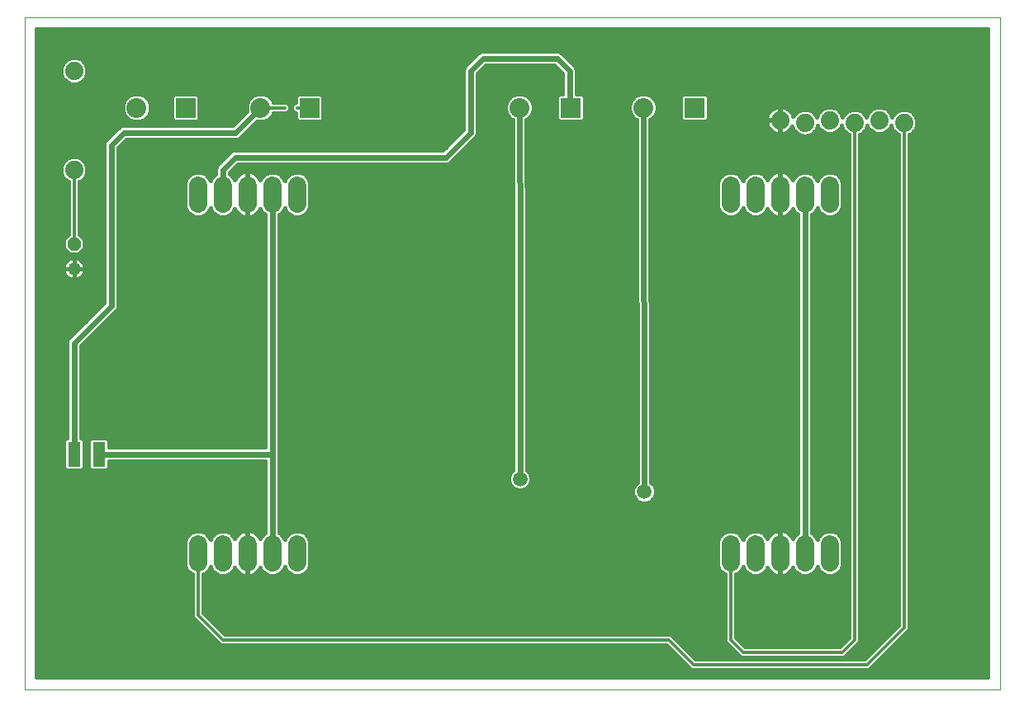
<source format=gtl>
G75*
%MOIN*%
%OFA0B0*%
%FSLAX25Y25*%
%IPPOS*%
%LPD*%
%AMOC8*
5,1,8,0,0,1.08239X$1,22.5*
%
%ADD10C,0.00000*%
%ADD11C,0.05200*%
%ADD12OC8,0.05200*%
%ADD13C,0.07400*%
%ADD14C,0.07400*%
%ADD15R,0.08000X0.08000*%
%ADD16C,0.08000*%
%ADD17R,0.05000X0.10000*%
%ADD18C,0.02400*%
%ADD19C,0.05906*%
%ADD20C,0.01600*%
%ADD21C,0.01200*%
D10*
X0001800Y0001800D02*
X0001800Y0273454D01*
X0395501Y0273454D01*
X0395501Y0001800D01*
X0001800Y0001800D01*
D11*
X0021800Y0171800D03*
D12*
X0021800Y0181800D03*
D13*
X0071800Y0198100D02*
X0071800Y0205500D01*
X0081800Y0205500D02*
X0081800Y0198100D01*
X0091800Y0198100D02*
X0091800Y0205500D01*
X0101800Y0205500D02*
X0101800Y0198100D01*
X0111800Y0198100D02*
X0111800Y0205500D01*
X0286800Y0205500D02*
X0286800Y0198100D01*
X0296800Y0198100D02*
X0296800Y0205500D01*
X0306800Y0205500D02*
X0306800Y0198100D01*
X0316800Y0198100D02*
X0316800Y0205500D01*
X0326800Y0205500D02*
X0326800Y0198100D01*
X0326800Y0060500D02*
X0326800Y0053100D01*
X0316800Y0053100D02*
X0316800Y0060500D01*
X0306800Y0060500D02*
X0306800Y0053100D01*
X0296800Y0053100D02*
X0296800Y0060500D01*
X0286800Y0060500D02*
X0286800Y0053100D01*
X0111800Y0053100D02*
X0111800Y0060500D01*
X0101800Y0060500D02*
X0101800Y0053100D01*
X0091800Y0053100D02*
X0091800Y0060500D01*
X0081800Y0060500D02*
X0081800Y0053100D01*
X0071800Y0053100D02*
X0071800Y0060500D01*
D14*
X0021800Y0211800D03*
X0021800Y0251800D03*
X0306800Y0231800D03*
X0316800Y0230800D03*
X0326800Y0231800D03*
X0336800Y0230800D03*
X0346800Y0231800D03*
X0356800Y0230800D03*
D15*
X0272300Y0236800D03*
X0222300Y0236800D03*
X0116800Y0236800D03*
X0066800Y0236800D03*
D16*
X0047115Y0236800D03*
X0097115Y0236800D03*
X0201615Y0236800D03*
X0251615Y0236800D03*
D17*
X0031800Y0096800D03*
X0021800Y0096800D03*
D18*
X0021800Y0141800D01*
X0036800Y0156800D01*
X0036800Y0221800D01*
X0041800Y0226800D01*
X0087115Y0226800D01*
X0097115Y0236800D01*
X0086800Y0216800D02*
X0171800Y0216800D01*
X0181800Y0226800D01*
X0181800Y0251800D01*
X0186800Y0256800D01*
X0216800Y0256800D01*
X0221800Y0251800D01*
X0221800Y0237300D01*
X0222300Y0236800D01*
X0201615Y0236800D02*
X0201800Y0176615D01*
X0201800Y0086800D01*
X0251985Y0081615D02*
X0251615Y0236800D01*
X0316800Y0201800D02*
X0316800Y0056800D01*
X0101800Y0056800D02*
X0101800Y0096800D01*
X0031800Y0096800D01*
X0101800Y0096800D02*
X0101800Y0201800D01*
X0081800Y0201800D02*
X0081800Y0211800D01*
X0086800Y0216800D01*
D19*
X0201800Y0086800D03*
X0251985Y0081615D03*
D20*
X0247765Y0083324D02*
X0204763Y0083324D01*
X0204379Y0082940D02*
X0205660Y0084221D01*
X0206353Y0085894D01*
X0206353Y0087706D01*
X0205660Y0089379D01*
X0204600Y0090439D01*
X0204600Y0176062D01*
X0204602Y0176067D01*
X0204600Y0176619D01*
X0204600Y0177172D01*
X0204598Y0177176D01*
X0204430Y0231905D01*
X0204787Y0232053D01*
X0206362Y0233628D01*
X0207215Y0235686D01*
X0207215Y0237914D01*
X0206362Y0239972D01*
X0204787Y0241547D01*
X0202729Y0242400D01*
X0200501Y0242400D01*
X0198443Y0241547D01*
X0196868Y0239972D01*
X0196015Y0237914D01*
X0196015Y0235686D01*
X0196868Y0233628D01*
X0198443Y0232053D01*
X0198830Y0231892D01*
X0199000Y0176610D01*
X0199000Y0090439D01*
X0197940Y0089379D01*
X0197247Y0087706D01*
X0197247Y0085894D01*
X0197940Y0084221D01*
X0199221Y0082940D01*
X0200894Y0082247D01*
X0202706Y0082247D01*
X0204379Y0082940D01*
X0205950Y0084923D02*
X0248854Y0084923D01*
X0249176Y0085245D02*
X0248125Y0084194D01*
X0247432Y0082521D01*
X0247432Y0080709D01*
X0248125Y0079036D01*
X0249406Y0077755D01*
X0251079Y0077062D01*
X0252891Y0077062D01*
X0254564Y0077755D01*
X0255845Y0079036D01*
X0256538Y0080709D01*
X0256538Y0082521D01*
X0255845Y0084194D01*
X0254776Y0085262D01*
X0254427Y0231903D01*
X0254787Y0232053D01*
X0256362Y0233628D01*
X0257215Y0235686D01*
X0257215Y0237914D01*
X0256362Y0239972D01*
X0254787Y0241547D01*
X0252729Y0242400D01*
X0250501Y0242400D01*
X0248443Y0241547D01*
X0246868Y0239972D01*
X0246015Y0237914D01*
X0246015Y0235686D01*
X0246868Y0233628D01*
X0248443Y0232053D01*
X0248827Y0231894D01*
X0249176Y0085245D01*
X0249173Y0086521D02*
X0206353Y0086521D01*
X0206181Y0088120D02*
X0249170Y0088120D01*
X0249166Y0089718D02*
X0205320Y0089718D01*
X0204600Y0091317D02*
X0249162Y0091317D01*
X0249158Y0092915D02*
X0204600Y0092915D01*
X0204600Y0094514D02*
X0249154Y0094514D01*
X0249150Y0096112D02*
X0204600Y0096112D01*
X0204600Y0097711D02*
X0249147Y0097711D01*
X0249143Y0099309D02*
X0204600Y0099309D01*
X0204600Y0100908D02*
X0249139Y0100908D01*
X0249135Y0102506D02*
X0204600Y0102506D01*
X0204600Y0104105D02*
X0249131Y0104105D01*
X0249128Y0105703D02*
X0204600Y0105703D01*
X0204600Y0107302D02*
X0249124Y0107302D01*
X0249120Y0108900D02*
X0204600Y0108900D01*
X0204600Y0110499D02*
X0249116Y0110499D01*
X0249112Y0112097D02*
X0204600Y0112097D01*
X0204600Y0113696D02*
X0249109Y0113696D01*
X0249105Y0115294D02*
X0204600Y0115294D01*
X0204600Y0116893D02*
X0249101Y0116893D01*
X0249097Y0118491D02*
X0204600Y0118491D01*
X0204600Y0120090D02*
X0249093Y0120090D01*
X0249089Y0121688D02*
X0204600Y0121688D01*
X0204600Y0123287D02*
X0249086Y0123287D01*
X0249082Y0124885D02*
X0204600Y0124885D01*
X0204600Y0126484D02*
X0249078Y0126484D01*
X0249074Y0128082D02*
X0204600Y0128082D01*
X0204600Y0129681D02*
X0249070Y0129681D01*
X0249067Y0131279D02*
X0204600Y0131279D01*
X0204600Y0132878D02*
X0249063Y0132878D01*
X0249059Y0134476D02*
X0204600Y0134476D01*
X0204600Y0136075D02*
X0249055Y0136075D01*
X0249051Y0137673D02*
X0204600Y0137673D01*
X0204600Y0139272D02*
X0249048Y0139272D01*
X0249044Y0140870D02*
X0204600Y0140870D01*
X0204600Y0142469D02*
X0249040Y0142469D01*
X0249036Y0144068D02*
X0204600Y0144068D01*
X0204600Y0145666D02*
X0249032Y0145666D01*
X0249028Y0147265D02*
X0204600Y0147265D01*
X0204600Y0148863D02*
X0249025Y0148863D01*
X0249021Y0150462D02*
X0204600Y0150462D01*
X0204600Y0152060D02*
X0249017Y0152060D01*
X0249013Y0153659D02*
X0204600Y0153659D01*
X0204600Y0155257D02*
X0249009Y0155257D01*
X0249006Y0156856D02*
X0204600Y0156856D01*
X0204600Y0158454D02*
X0249002Y0158454D01*
X0248998Y0160053D02*
X0204600Y0160053D01*
X0204600Y0161651D02*
X0248994Y0161651D01*
X0248990Y0163250D02*
X0204600Y0163250D01*
X0204600Y0164848D02*
X0248987Y0164848D01*
X0248983Y0166447D02*
X0204600Y0166447D01*
X0204600Y0168045D02*
X0248979Y0168045D01*
X0248975Y0169644D02*
X0204600Y0169644D01*
X0204600Y0171242D02*
X0248971Y0171242D01*
X0248967Y0172841D02*
X0204600Y0172841D01*
X0204600Y0174439D02*
X0248964Y0174439D01*
X0248960Y0176038D02*
X0204600Y0176038D01*
X0204597Y0177636D02*
X0248956Y0177636D01*
X0248952Y0179235D02*
X0204592Y0179235D01*
X0204587Y0180833D02*
X0248948Y0180833D01*
X0248945Y0182432D02*
X0204582Y0182432D01*
X0204577Y0184030D02*
X0248941Y0184030D01*
X0248937Y0185629D02*
X0204572Y0185629D01*
X0204567Y0187227D02*
X0248933Y0187227D01*
X0248929Y0188826D02*
X0204562Y0188826D01*
X0204558Y0190424D02*
X0248926Y0190424D01*
X0248922Y0192023D02*
X0204553Y0192023D01*
X0204548Y0193621D02*
X0248918Y0193621D01*
X0248914Y0195220D02*
X0204543Y0195220D01*
X0204538Y0196818D02*
X0248910Y0196818D01*
X0248906Y0198417D02*
X0204533Y0198417D01*
X0204528Y0200015D02*
X0248903Y0200015D01*
X0248899Y0201614D02*
X0204523Y0201614D01*
X0204518Y0203212D02*
X0248895Y0203212D01*
X0248891Y0204811D02*
X0204513Y0204811D01*
X0204508Y0206409D02*
X0248887Y0206409D01*
X0248884Y0208008D02*
X0204503Y0208008D01*
X0204499Y0209606D02*
X0248880Y0209606D01*
X0248876Y0211205D02*
X0204494Y0211205D01*
X0204489Y0212803D02*
X0248872Y0212803D01*
X0248868Y0214402D02*
X0204484Y0214402D01*
X0204479Y0216001D02*
X0248865Y0216001D01*
X0248861Y0217599D02*
X0204474Y0217599D01*
X0204469Y0219198D02*
X0248857Y0219198D01*
X0248853Y0220796D02*
X0204464Y0220796D01*
X0204459Y0222395D02*
X0248849Y0222395D01*
X0248845Y0223993D02*
X0204454Y0223993D01*
X0204449Y0225592D02*
X0248842Y0225592D01*
X0248838Y0227190D02*
X0204445Y0227190D01*
X0204440Y0228789D02*
X0248834Y0228789D01*
X0248830Y0230387D02*
X0204435Y0230387D01*
X0204626Y0231986D02*
X0216852Y0231986D01*
X0216700Y0232137D02*
X0217637Y0231200D01*
X0226963Y0231200D01*
X0227900Y0232137D01*
X0227900Y0241463D01*
X0226963Y0242400D01*
X0224600Y0242400D01*
X0224600Y0252357D01*
X0224174Y0253386D01*
X0223386Y0254174D01*
X0218386Y0259174D01*
X0217357Y0259600D01*
X0186243Y0259600D01*
X0185214Y0259174D01*
X0184426Y0258386D01*
X0179426Y0253386D01*
X0179000Y0252357D01*
X0179000Y0227960D01*
X0170640Y0219600D01*
X0086243Y0219600D01*
X0085214Y0219174D01*
X0084426Y0218386D01*
X0079426Y0213386D01*
X0079000Y0212357D01*
X0079000Y0210077D01*
X0078798Y0209993D01*
X0077307Y0208502D01*
X0076800Y0207278D01*
X0076293Y0208502D01*
X0074802Y0209993D01*
X0072854Y0210800D01*
X0070746Y0210800D01*
X0068798Y0209993D01*
X0067307Y0208502D01*
X0066500Y0206554D01*
X0066500Y0197046D01*
X0067307Y0195098D01*
X0068798Y0193607D01*
X0070746Y0192800D01*
X0072854Y0192800D01*
X0074802Y0193607D01*
X0076293Y0195098D01*
X0076800Y0196322D01*
X0077307Y0195098D01*
X0078798Y0193607D01*
X0080746Y0192800D01*
X0082854Y0192800D01*
X0084802Y0193607D01*
X0086293Y0195098D01*
X0086685Y0196044D01*
X0086703Y0195989D01*
X0087096Y0195217D01*
X0087605Y0194517D01*
X0088217Y0193905D01*
X0088917Y0193396D01*
X0089689Y0193003D01*
X0090512Y0192735D01*
X0091367Y0192600D01*
X0091500Y0192600D01*
X0091500Y0201500D01*
X0092100Y0201500D01*
X0092100Y0192600D01*
X0092233Y0192600D01*
X0093088Y0192735D01*
X0093911Y0193003D01*
X0094683Y0193396D01*
X0095383Y0193905D01*
X0095995Y0194517D01*
X0096504Y0195217D01*
X0096897Y0195989D01*
X0096915Y0196044D01*
X0097307Y0195098D01*
X0098798Y0193607D01*
X0099000Y0193523D01*
X0099000Y0099600D01*
X0035900Y0099600D01*
X0035900Y0102463D01*
X0034963Y0103400D01*
X0028637Y0103400D01*
X0027700Y0102463D01*
X0027700Y0091137D01*
X0028637Y0090200D01*
X0034963Y0090200D01*
X0035900Y0091137D01*
X0035900Y0094000D01*
X0099000Y0094000D01*
X0099000Y0065077D01*
X0098798Y0064993D01*
X0097307Y0063502D01*
X0096915Y0062556D01*
X0096897Y0062611D01*
X0096504Y0063383D01*
X0095995Y0064083D01*
X0095383Y0064695D01*
X0094683Y0065204D01*
X0093911Y0065597D01*
X0093088Y0065865D01*
X0092233Y0066000D01*
X0092100Y0066000D01*
X0092100Y0057100D01*
X0091500Y0057100D01*
X0091500Y0066000D01*
X0091367Y0066000D01*
X0090512Y0065865D01*
X0089689Y0065597D01*
X0088917Y0065204D01*
X0088217Y0064695D01*
X0087605Y0064083D01*
X0087096Y0063383D01*
X0086703Y0062611D01*
X0086685Y0062556D01*
X0086293Y0063502D01*
X0084802Y0064993D01*
X0082854Y0065800D01*
X0080746Y0065800D01*
X0078798Y0064993D01*
X0077307Y0063502D01*
X0076800Y0062278D01*
X0076293Y0063502D01*
X0074802Y0064993D01*
X0072854Y0065800D01*
X0070746Y0065800D01*
X0068798Y0064993D01*
X0067307Y0063502D01*
X0066500Y0061554D01*
X0066500Y0052046D01*
X0067307Y0050098D01*
X0068798Y0048607D01*
X0069600Y0048275D01*
X0069600Y0030889D01*
X0079600Y0020889D01*
X0080889Y0019600D01*
X0260889Y0019600D01*
X0269600Y0010889D01*
X0270889Y0009600D01*
X0342711Y0009600D01*
X0357711Y0024600D01*
X0359000Y0025889D01*
X0359000Y0225975D01*
X0359802Y0226307D01*
X0361293Y0227798D01*
X0362100Y0229746D01*
X0362100Y0231854D01*
X0361293Y0233802D01*
X0359802Y0235293D01*
X0357854Y0236100D01*
X0355746Y0236100D01*
X0353798Y0235293D01*
X0352307Y0233802D01*
X0352007Y0233078D01*
X0351293Y0234802D01*
X0349802Y0236293D01*
X0347854Y0237100D01*
X0345746Y0237100D01*
X0343798Y0236293D01*
X0342307Y0234802D01*
X0341593Y0233078D01*
X0341293Y0233802D01*
X0339802Y0235293D01*
X0337854Y0236100D01*
X0335746Y0236100D01*
X0333798Y0235293D01*
X0332307Y0233802D01*
X0332007Y0233078D01*
X0331293Y0234802D01*
X0329802Y0236293D01*
X0327854Y0237100D01*
X0325746Y0237100D01*
X0323798Y0236293D01*
X0322307Y0234802D01*
X0321593Y0233078D01*
X0321293Y0233802D01*
X0319802Y0235293D01*
X0317854Y0236100D01*
X0315746Y0236100D01*
X0313798Y0235293D01*
X0312307Y0233802D01*
X0312097Y0233296D01*
X0311897Y0233911D01*
X0311504Y0234683D01*
X0310995Y0235383D01*
X0310383Y0235995D01*
X0309683Y0236504D01*
X0308911Y0236897D01*
X0308088Y0237165D01*
X0307233Y0237300D01*
X0307000Y0237300D01*
X0307000Y0232000D01*
X0306600Y0232000D01*
X0306600Y0237300D01*
X0306367Y0237300D01*
X0305512Y0237165D01*
X0304689Y0236897D01*
X0303917Y0236504D01*
X0303217Y0235995D01*
X0302605Y0235383D01*
X0302096Y0234683D01*
X0301703Y0233911D01*
X0301435Y0233088D01*
X0301300Y0232233D01*
X0301300Y0232000D01*
X0306600Y0232000D01*
X0306600Y0231600D01*
X0307000Y0231600D01*
X0307000Y0226300D01*
X0307233Y0226300D01*
X0308088Y0226435D01*
X0308911Y0226703D01*
X0309683Y0227096D01*
X0310383Y0227605D01*
X0310995Y0228217D01*
X0311504Y0228917D01*
X0311691Y0229284D01*
X0312307Y0227798D01*
X0313798Y0226307D01*
X0315746Y0225500D01*
X0317854Y0225500D01*
X0319802Y0226307D01*
X0321293Y0227798D01*
X0322007Y0229522D01*
X0322307Y0228798D01*
X0323798Y0227307D01*
X0325746Y0226500D01*
X0327854Y0226500D01*
X0329802Y0227307D01*
X0331293Y0228798D01*
X0331593Y0229522D01*
X0332307Y0227798D01*
X0333798Y0226307D01*
X0334600Y0225975D01*
X0334600Y0022711D01*
X0330889Y0019000D01*
X0292711Y0019000D01*
X0289000Y0022711D01*
X0289000Y0048275D01*
X0289802Y0048607D01*
X0291293Y0050098D01*
X0291800Y0051322D01*
X0292307Y0050098D01*
X0293798Y0048607D01*
X0295746Y0047800D01*
X0297854Y0047800D01*
X0299802Y0048607D01*
X0301293Y0050098D01*
X0301685Y0051044D01*
X0301703Y0050989D01*
X0302096Y0050217D01*
X0302605Y0049517D01*
X0303217Y0048905D01*
X0303917Y0048396D01*
X0304689Y0048003D01*
X0305512Y0047735D01*
X0306367Y0047600D01*
X0306500Y0047600D01*
X0306500Y0056500D01*
X0307100Y0056500D01*
X0307100Y0047600D01*
X0307233Y0047600D01*
X0308088Y0047735D01*
X0308911Y0048003D01*
X0309683Y0048396D01*
X0310383Y0048905D01*
X0310995Y0049517D01*
X0311504Y0050217D01*
X0311897Y0050989D01*
X0311915Y0051044D01*
X0312307Y0050098D01*
X0313798Y0048607D01*
X0315746Y0047800D01*
X0317854Y0047800D01*
X0319802Y0048607D01*
X0321293Y0050098D01*
X0321800Y0051322D01*
X0322307Y0050098D01*
X0323798Y0048607D01*
X0325746Y0047800D01*
X0327854Y0047800D01*
X0329802Y0048607D01*
X0331293Y0050098D01*
X0332100Y0052046D01*
X0332100Y0061554D01*
X0331293Y0063502D01*
X0329802Y0064993D01*
X0327854Y0065800D01*
X0325746Y0065800D01*
X0323798Y0064993D01*
X0322307Y0063502D01*
X0321800Y0062278D01*
X0321293Y0063502D01*
X0319802Y0064993D01*
X0319600Y0065077D01*
X0319600Y0193523D01*
X0319802Y0193607D01*
X0321293Y0195098D01*
X0321800Y0196322D01*
X0322307Y0195098D01*
X0323798Y0193607D01*
X0325746Y0192800D01*
X0327854Y0192800D01*
X0329802Y0193607D01*
X0331293Y0195098D01*
X0332100Y0197046D01*
X0332100Y0206554D01*
X0331293Y0208502D01*
X0329802Y0209993D01*
X0327854Y0210800D01*
X0325746Y0210800D01*
X0323798Y0209993D01*
X0322307Y0208502D01*
X0321800Y0207278D01*
X0321293Y0208502D01*
X0319802Y0209993D01*
X0317854Y0210800D01*
X0315746Y0210800D01*
X0313798Y0209993D01*
X0312307Y0208502D01*
X0311915Y0207556D01*
X0311897Y0207611D01*
X0311504Y0208383D01*
X0310995Y0209083D01*
X0310383Y0209695D01*
X0309683Y0210204D01*
X0308911Y0210597D01*
X0308088Y0210865D01*
X0307233Y0211000D01*
X0307100Y0211000D01*
X0307100Y0202100D01*
X0306500Y0202100D01*
X0306500Y0211000D01*
X0306367Y0211000D01*
X0305512Y0210865D01*
X0304689Y0210597D01*
X0303917Y0210204D01*
X0303217Y0209695D01*
X0302605Y0209083D01*
X0302096Y0208383D01*
X0301703Y0207611D01*
X0301685Y0207556D01*
X0301293Y0208502D01*
X0299802Y0209993D01*
X0297854Y0210800D01*
X0295746Y0210800D01*
X0293798Y0209993D01*
X0292307Y0208502D01*
X0291800Y0207278D01*
X0291293Y0208502D01*
X0289802Y0209993D01*
X0287854Y0210800D01*
X0285746Y0210800D01*
X0283798Y0209993D01*
X0282307Y0208502D01*
X0281500Y0206554D01*
X0281500Y0197046D01*
X0282307Y0195098D01*
X0283798Y0193607D01*
X0285746Y0192800D01*
X0287854Y0192800D01*
X0289802Y0193607D01*
X0291293Y0195098D01*
X0291800Y0196322D01*
X0292307Y0195098D01*
X0293798Y0193607D01*
X0295746Y0192800D01*
X0297854Y0192800D01*
X0299802Y0193607D01*
X0301293Y0195098D01*
X0301685Y0196044D01*
X0301703Y0195989D01*
X0302096Y0195217D01*
X0302605Y0194517D01*
X0303217Y0193905D01*
X0303917Y0193396D01*
X0304689Y0193003D01*
X0305512Y0192735D01*
X0306367Y0192600D01*
X0306500Y0192600D01*
X0306500Y0201500D01*
X0307100Y0201500D01*
X0307100Y0192600D01*
X0307233Y0192600D01*
X0308088Y0192735D01*
X0308911Y0193003D01*
X0309683Y0193396D01*
X0310383Y0193905D01*
X0310995Y0194517D01*
X0311504Y0195217D01*
X0311897Y0195989D01*
X0311915Y0196044D01*
X0312307Y0195098D01*
X0313798Y0193607D01*
X0314000Y0193523D01*
X0314000Y0065077D01*
X0313798Y0064993D01*
X0312307Y0063502D01*
X0311915Y0062556D01*
X0311897Y0062611D01*
X0311504Y0063383D01*
X0310995Y0064083D01*
X0310383Y0064695D01*
X0309683Y0065204D01*
X0308911Y0065597D01*
X0308088Y0065865D01*
X0307233Y0066000D01*
X0307100Y0066000D01*
X0307100Y0057100D01*
X0306500Y0057100D01*
X0306500Y0066000D01*
X0306367Y0066000D01*
X0305512Y0065865D01*
X0304689Y0065597D01*
X0303917Y0065204D01*
X0303217Y0064695D01*
X0302605Y0064083D01*
X0302096Y0063383D01*
X0301703Y0062611D01*
X0301685Y0062556D01*
X0301293Y0063502D01*
X0299802Y0064993D01*
X0297854Y0065800D01*
X0295746Y0065800D01*
X0293798Y0064993D01*
X0292307Y0063502D01*
X0291800Y0062278D01*
X0291293Y0063502D01*
X0289802Y0064993D01*
X0287854Y0065800D01*
X0285746Y0065800D01*
X0283798Y0064993D01*
X0282307Y0063502D01*
X0281500Y0061554D01*
X0281500Y0052046D01*
X0282307Y0050098D01*
X0283798Y0048607D01*
X0284600Y0048275D01*
X0284600Y0020889D01*
X0289600Y0015889D01*
X0290889Y0014600D01*
X0332711Y0014600D01*
X0337711Y0019600D01*
X0339000Y0020889D01*
X0339000Y0225975D01*
X0339802Y0226307D01*
X0341293Y0227798D01*
X0342007Y0229522D01*
X0342307Y0228798D01*
X0343798Y0227307D01*
X0345746Y0226500D01*
X0347854Y0226500D01*
X0349802Y0227307D01*
X0351293Y0228798D01*
X0351593Y0229522D01*
X0352307Y0227798D01*
X0353798Y0226307D01*
X0354600Y0225975D01*
X0354600Y0027711D01*
X0340889Y0014000D01*
X0272711Y0014000D01*
X0262711Y0024000D01*
X0082711Y0024000D01*
X0074000Y0032711D01*
X0074000Y0048275D01*
X0074802Y0048607D01*
X0076293Y0050098D01*
X0076800Y0051322D01*
X0077307Y0050098D01*
X0078798Y0048607D01*
X0080746Y0047800D01*
X0082854Y0047800D01*
X0084802Y0048607D01*
X0086293Y0050098D01*
X0086685Y0051044D01*
X0086703Y0050989D01*
X0087096Y0050217D01*
X0087605Y0049517D01*
X0088217Y0048905D01*
X0088917Y0048396D01*
X0089689Y0048003D01*
X0090512Y0047735D01*
X0091367Y0047600D01*
X0091500Y0047600D01*
X0091500Y0056500D01*
X0092100Y0056500D01*
X0092100Y0047600D01*
X0092233Y0047600D01*
X0093088Y0047735D01*
X0093911Y0048003D01*
X0094683Y0048396D01*
X0095383Y0048905D01*
X0095995Y0049517D01*
X0096504Y0050217D01*
X0096897Y0050989D01*
X0096915Y0051044D01*
X0097307Y0050098D01*
X0098798Y0048607D01*
X0100746Y0047800D01*
X0102854Y0047800D01*
X0104802Y0048607D01*
X0106293Y0050098D01*
X0106800Y0051322D01*
X0107307Y0050098D01*
X0108798Y0048607D01*
X0110746Y0047800D01*
X0112854Y0047800D01*
X0114802Y0048607D01*
X0116293Y0050098D01*
X0117100Y0052046D01*
X0117100Y0061554D01*
X0116293Y0063502D01*
X0114802Y0064993D01*
X0112854Y0065800D01*
X0110746Y0065800D01*
X0108798Y0064993D01*
X0107307Y0063502D01*
X0106800Y0062278D01*
X0106293Y0063502D01*
X0104802Y0064993D01*
X0104600Y0065077D01*
X0104600Y0193523D01*
X0104802Y0193607D01*
X0106293Y0195098D01*
X0106800Y0196322D01*
X0107307Y0195098D01*
X0108798Y0193607D01*
X0110746Y0192800D01*
X0112854Y0192800D01*
X0114802Y0193607D01*
X0116293Y0195098D01*
X0117100Y0197046D01*
X0117100Y0206554D01*
X0116293Y0208502D01*
X0114802Y0209993D01*
X0112854Y0210800D01*
X0110746Y0210800D01*
X0108798Y0209993D01*
X0107307Y0208502D01*
X0106800Y0207278D01*
X0106293Y0208502D01*
X0104802Y0209993D01*
X0102854Y0210800D01*
X0100746Y0210800D01*
X0098798Y0209993D01*
X0097307Y0208502D01*
X0096915Y0207556D01*
X0096897Y0207611D01*
X0096504Y0208383D01*
X0095995Y0209083D01*
X0095383Y0209695D01*
X0094683Y0210204D01*
X0093911Y0210597D01*
X0093088Y0210865D01*
X0092233Y0211000D01*
X0092100Y0211000D01*
X0092100Y0202100D01*
X0091500Y0202100D01*
X0091500Y0211000D01*
X0091367Y0211000D01*
X0090512Y0210865D01*
X0089689Y0210597D01*
X0088917Y0210204D01*
X0088217Y0209695D01*
X0087605Y0209083D01*
X0087096Y0208383D01*
X0086703Y0207611D01*
X0086685Y0207556D01*
X0086293Y0208502D01*
X0084802Y0209993D01*
X0084600Y0210077D01*
X0084600Y0210640D01*
X0087960Y0214000D01*
X0172357Y0214000D01*
X0173386Y0214426D01*
X0183386Y0224426D01*
X0184174Y0225214D01*
X0184600Y0226243D01*
X0184600Y0250640D01*
X0187960Y0254000D01*
X0215640Y0254000D01*
X0219000Y0250640D01*
X0219000Y0242400D01*
X0217637Y0242400D01*
X0216700Y0241463D01*
X0216700Y0232137D01*
X0216700Y0233584D02*
X0206319Y0233584D01*
X0207006Y0235183D02*
X0216700Y0235183D01*
X0216700Y0236781D02*
X0207215Y0236781D01*
X0207022Y0238380D02*
X0216700Y0238380D01*
X0216700Y0239978D02*
X0206356Y0239978D01*
X0204716Y0241577D02*
X0216814Y0241577D01*
X0219000Y0243175D02*
X0184600Y0243175D01*
X0184600Y0241577D02*
X0198513Y0241577D01*
X0196874Y0239978D02*
X0184600Y0239978D01*
X0184600Y0238380D02*
X0196208Y0238380D01*
X0196015Y0236781D02*
X0184600Y0236781D01*
X0184600Y0235183D02*
X0196223Y0235183D01*
X0196911Y0233584D02*
X0184600Y0233584D01*
X0184600Y0231986D02*
X0198604Y0231986D01*
X0198835Y0230387D02*
X0184600Y0230387D01*
X0184600Y0228789D02*
X0198840Y0228789D01*
X0198844Y0227190D02*
X0184600Y0227190D01*
X0184330Y0225592D02*
X0198849Y0225592D01*
X0198854Y0223993D02*
X0182953Y0223993D01*
X0181354Y0222395D02*
X0198859Y0222395D01*
X0198864Y0220796D02*
X0179756Y0220796D01*
X0178157Y0219198D02*
X0198869Y0219198D01*
X0198874Y0217599D02*
X0176559Y0217599D01*
X0174960Y0216001D02*
X0198879Y0216001D01*
X0198884Y0214402D02*
X0173327Y0214402D01*
X0171836Y0220796D02*
X0039756Y0220796D01*
X0039600Y0220640D02*
X0042960Y0224000D01*
X0087672Y0224000D01*
X0088701Y0224426D01*
X0095629Y0231354D01*
X0096001Y0231200D01*
X0098229Y0231200D01*
X0100287Y0232053D01*
X0101862Y0233628D01*
X0102265Y0234600D01*
X0107711Y0234600D01*
X0109000Y0235889D01*
X0109000Y0237711D01*
X0107711Y0239000D01*
X0102265Y0239000D01*
X0101862Y0239972D01*
X0100287Y0241547D01*
X0098229Y0242400D01*
X0096001Y0242400D01*
X0093943Y0241547D01*
X0092368Y0239972D01*
X0091515Y0237914D01*
X0091515Y0235686D01*
X0091669Y0235314D01*
X0085955Y0229600D01*
X0041243Y0229600D01*
X0040214Y0229174D01*
X0039426Y0228386D01*
X0034426Y0223386D01*
X0034000Y0222357D01*
X0034000Y0157960D01*
X0019426Y0143386D01*
X0019000Y0142357D01*
X0019000Y0103400D01*
X0018637Y0103400D01*
X0017700Y0102463D01*
X0017700Y0091137D01*
X0018637Y0090200D01*
X0024963Y0090200D01*
X0025900Y0091137D01*
X0025900Y0102463D01*
X0024963Y0103400D01*
X0024600Y0103400D01*
X0024600Y0140640D01*
X0038386Y0154426D01*
X0039174Y0155214D01*
X0039600Y0156243D01*
X0039600Y0220640D01*
X0039600Y0219198D02*
X0085271Y0219198D01*
X0084426Y0218386D02*
X0084426Y0218386D01*
X0083639Y0217599D02*
X0039600Y0217599D01*
X0039600Y0216001D02*
X0082041Y0216001D01*
X0080442Y0214402D02*
X0039600Y0214402D01*
X0039600Y0212803D02*
X0079185Y0212803D01*
X0079000Y0211205D02*
X0039600Y0211205D01*
X0039600Y0209606D02*
X0068411Y0209606D01*
X0067102Y0208008D02*
X0039600Y0208008D01*
X0039600Y0206409D02*
X0066500Y0206409D01*
X0066500Y0204811D02*
X0039600Y0204811D01*
X0039600Y0203212D02*
X0066500Y0203212D01*
X0066500Y0201614D02*
X0039600Y0201614D01*
X0039600Y0200015D02*
X0066500Y0200015D01*
X0066500Y0198417D02*
X0039600Y0198417D01*
X0039600Y0196818D02*
X0066594Y0196818D01*
X0067256Y0195220D02*
X0039600Y0195220D01*
X0039600Y0193621D02*
X0068783Y0193621D01*
X0074817Y0193621D02*
X0078783Y0193621D01*
X0077256Y0195220D02*
X0076344Y0195220D01*
X0084817Y0193621D02*
X0088607Y0193621D01*
X0087095Y0195220D02*
X0086344Y0195220D01*
X0091500Y0195220D02*
X0092100Y0195220D01*
X0092100Y0196818D02*
X0091500Y0196818D01*
X0091500Y0198417D02*
X0092100Y0198417D01*
X0092100Y0200015D02*
X0091500Y0200015D01*
X0091500Y0203212D02*
X0092100Y0203212D01*
X0092100Y0204811D02*
X0091500Y0204811D01*
X0091500Y0206409D02*
X0092100Y0206409D01*
X0092100Y0208008D02*
X0091500Y0208008D01*
X0091500Y0209606D02*
X0092100Y0209606D01*
X0095472Y0209606D02*
X0098411Y0209606D01*
X0097102Y0208008D02*
X0096695Y0208008D01*
X0105189Y0209606D02*
X0108411Y0209606D01*
X0107102Y0208008D02*
X0106498Y0208008D01*
X0115189Y0209606D02*
X0198899Y0209606D01*
X0198903Y0208008D02*
X0116498Y0208008D01*
X0117100Y0206409D02*
X0198908Y0206409D01*
X0198913Y0204811D02*
X0117100Y0204811D01*
X0117100Y0203212D02*
X0198918Y0203212D01*
X0198923Y0201614D02*
X0117100Y0201614D01*
X0117100Y0200015D02*
X0198928Y0200015D01*
X0198933Y0198417D02*
X0117100Y0198417D01*
X0117006Y0196818D02*
X0198938Y0196818D01*
X0198943Y0195220D02*
X0116344Y0195220D01*
X0114817Y0193621D02*
X0198948Y0193621D01*
X0198953Y0192023D02*
X0104600Y0192023D01*
X0104600Y0190424D02*
X0198958Y0190424D01*
X0198962Y0188826D02*
X0104600Y0188826D01*
X0104600Y0187227D02*
X0198967Y0187227D01*
X0198972Y0185629D02*
X0104600Y0185629D01*
X0104600Y0184030D02*
X0198977Y0184030D01*
X0198982Y0182432D02*
X0104600Y0182432D01*
X0104600Y0180833D02*
X0198987Y0180833D01*
X0198992Y0179235D02*
X0104600Y0179235D01*
X0104600Y0177636D02*
X0198997Y0177636D01*
X0199000Y0176038D02*
X0104600Y0176038D01*
X0104600Y0174439D02*
X0199000Y0174439D01*
X0199000Y0172841D02*
X0104600Y0172841D01*
X0104600Y0171242D02*
X0199000Y0171242D01*
X0199000Y0169644D02*
X0104600Y0169644D01*
X0104600Y0168045D02*
X0199000Y0168045D01*
X0199000Y0166447D02*
X0104600Y0166447D01*
X0104600Y0164848D02*
X0199000Y0164848D01*
X0199000Y0163250D02*
X0104600Y0163250D01*
X0104600Y0161651D02*
X0199000Y0161651D01*
X0199000Y0160053D02*
X0104600Y0160053D01*
X0104600Y0158454D02*
X0199000Y0158454D01*
X0199000Y0156856D02*
X0104600Y0156856D01*
X0104600Y0155257D02*
X0199000Y0155257D01*
X0199000Y0153659D02*
X0104600Y0153659D01*
X0104600Y0152060D02*
X0199000Y0152060D01*
X0199000Y0150462D02*
X0104600Y0150462D01*
X0104600Y0148863D02*
X0199000Y0148863D01*
X0199000Y0147265D02*
X0104600Y0147265D01*
X0104600Y0145666D02*
X0199000Y0145666D01*
X0199000Y0144068D02*
X0104600Y0144068D01*
X0104600Y0142469D02*
X0199000Y0142469D01*
X0199000Y0140870D02*
X0104600Y0140870D01*
X0104600Y0139272D02*
X0199000Y0139272D01*
X0199000Y0137673D02*
X0104600Y0137673D01*
X0104600Y0136075D02*
X0199000Y0136075D01*
X0199000Y0134476D02*
X0104600Y0134476D01*
X0104600Y0132878D02*
X0199000Y0132878D01*
X0199000Y0131279D02*
X0104600Y0131279D01*
X0104600Y0129681D02*
X0199000Y0129681D01*
X0199000Y0128082D02*
X0104600Y0128082D01*
X0104600Y0126484D02*
X0199000Y0126484D01*
X0199000Y0124885D02*
X0104600Y0124885D01*
X0104600Y0123287D02*
X0199000Y0123287D01*
X0199000Y0121688D02*
X0104600Y0121688D01*
X0104600Y0120090D02*
X0199000Y0120090D01*
X0199000Y0118491D02*
X0104600Y0118491D01*
X0104600Y0116893D02*
X0199000Y0116893D01*
X0199000Y0115294D02*
X0104600Y0115294D01*
X0104600Y0113696D02*
X0199000Y0113696D01*
X0199000Y0112097D02*
X0104600Y0112097D01*
X0104600Y0110499D02*
X0199000Y0110499D01*
X0199000Y0108900D02*
X0104600Y0108900D01*
X0104600Y0107302D02*
X0199000Y0107302D01*
X0199000Y0105703D02*
X0104600Y0105703D01*
X0104600Y0104105D02*
X0199000Y0104105D01*
X0199000Y0102506D02*
X0104600Y0102506D01*
X0104600Y0100908D02*
X0199000Y0100908D01*
X0199000Y0099309D02*
X0104600Y0099309D01*
X0104600Y0097711D02*
X0199000Y0097711D01*
X0199000Y0096112D02*
X0104600Y0096112D01*
X0104600Y0094514D02*
X0199000Y0094514D01*
X0199000Y0092915D02*
X0104600Y0092915D01*
X0104600Y0091317D02*
X0199000Y0091317D01*
X0198280Y0089718D02*
X0104600Y0089718D01*
X0104600Y0088120D02*
X0197419Y0088120D01*
X0197247Y0086521D02*
X0104600Y0086521D01*
X0104600Y0084923D02*
X0197650Y0084923D01*
X0198837Y0083324D02*
X0104600Y0083324D01*
X0104600Y0081726D02*
X0247432Y0081726D01*
X0247673Y0080127D02*
X0104600Y0080127D01*
X0104600Y0078529D02*
X0248633Y0078529D01*
X0255337Y0078529D02*
X0314000Y0078529D01*
X0314000Y0080127D02*
X0256297Y0080127D01*
X0256538Y0081726D02*
X0314000Y0081726D01*
X0314000Y0083324D02*
X0256205Y0083324D01*
X0255116Y0084923D02*
X0314000Y0084923D01*
X0314000Y0086521D02*
X0254773Y0086521D01*
X0254770Y0088120D02*
X0314000Y0088120D01*
X0314000Y0089718D02*
X0254766Y0089718D01*
X0254762Y0091317D02*
X0314000Y0091317D01*
X0314000Y0092915D02*
X0254758Y0092915D01*
X0254754Y0094514D02*
X0314000Y0094514D01*
X0314000Y0096112D02*
X0254750Y0096112D01*
X0254747Y0097711D02*
X0314000Y0097711D01*
X0314000Y0099309D02*
X0254743Y0099309D01*
X0254739Y0100908D02*
X0314000Y0100908D01*
X0314000Y0102506D02*
X0254735Y0102506D01*
X0254731Y0104105D02*
X0314000Y0104105D01*
X0314000Y0105703D02*
X0254728Y0105703D01*
X0254724Y0107302D02*
X0314000Y0107302D01*
X0314000Y0108900D02*
X0254720Y0108900D01*
X0254716Y0110499D02*
X0314000Y0110499D01*
X0314000Y0112097D02*
X0254712Y0112097D01*
X0254709Y0113696D02*
X0314000Y0113696D01*
X0314000Y0115294D02*
X0254705Y0115294D01*
X0254701Y0116893D02*
X0314000Y0116893D01*
X0314000Y0118491D02*
X0254697Y0118491D01*
X0254693Y0120090D02*
X0314000Y0120090D01*
X0314000Y0121688D02*
X0254689Y0121688D01*
X0254686Y0123287D02*
X0314000Y0123287D01*
X0314000Y0124885D02*
X0254682Y0124885D01*
X0254678Y0126484D02*
X0314000Y0126484D01*
X0314000Y0128082D02*
X0254674Y0128082D01*
X0254670Y0129681D02*
X0314000Y0129681D01*
X0314000Y0131279D02*
X0254667Y0131279D01*
X0254663Y0132878D02*
X0314000Y0132878D01*
X0314000Y0134476D02*
X0254659Y0134476D01*
X0254655Y0136075D02*
X0314000Y0136075D01*
X0314000Y0137673D02*
X0254651Y0137673D01*
X0254648Y0139272D02*
X0314000Y0139272D01*
X0314000Y0140870D02*
X0254644Y0140870D01*
X0254640Y0142469D02*
X0314000Y0142469D01*
X0314000Y0144068D02*
X0254636Y0144068D01*
X0254632Y0145666D02*
X0314000Y0145666D01*
X0314000Y0147265D02*
X0254628Y0147265D01*
X0254625Y0148863D02*
X0314000Y0148863D01*
X0314000Y0150462D02*
X0254621Y0150462D01*
X0254617Y0152060D02*
X0314000Y0152060D01*
X0314000Y0153659D02*
X0254613Y0153659D01*
X0254609Y0155257D02*
X0314000Y0155257D01*
X0314000Y0156856D02*
X0254606Y0156856D01*
X0254602Y0158454D02*
X0314000Y0158454D01*
X0314000Y0160053D02*
X0254598Y0160053D01*
X0254594Y0161651D02*
X0314000Y0161651D01*
X0314000Y0163250D02*
X0254590Y0163250D01*
X0254587Y0164848D02*
X0314000Y0164848D01*
X0314000Y0166447D02*
X0254583Y0166447D01*
X0254579Y0168045D02*
X0314000Y0168045D01*
X0314000Y0169644D02*
X0254575Y0169644D01*
X0254571Y0171242D02*
X0314000Y0171242D01*
X0314000Y0172841D02*
X0254567Y0172841D01*
X0254564Y0174439D02*
X0314000Y0174439D01*
X0314000Y0176038D02*
X0254560Y0176038D01*
X0254556Y0177636D02*
X0314000Y0177636D01*
X0314000Y0179235D02*
X0254552Y0179235D01*
X0254548Y0180833D02*
X0314000Y0180833D01*
X0314000Y0182432D02*
X0254545Y0182432D01*
X0254541Y0184030D02*
X0314000Y0184030D01*
X0314000Y0185629D02*
X0254537Y0185629D01*
X0254533Y0187227D02*
X0314000Y0187227D01*
X0314000Y0188826D02*
X0254529Y0188826D01*
X0254526Y0190424D02*
X0314000Y0190424D01*
X0314000Y0192023D02*
X0254522Y0192023D01*
X0254518Y0193621D02*
X0283783Y0193621D01*
X0282256Y0195220D02*
X0254514Y0195220D01*
X0254510Y0196818D02*
X0281594Y0196818D01*
X0281500Y0198417D02*
X0254506Y0198417D01*
X0254503Y0200015D02*
X0281500Y0200015D01*
X0281500Y0201614D02*
X0254499Y0201614D01*
X0254495Y0203212D02*
X0281500Y0203212D01*
X0281500Y0204811D02*
X0254491Y0204811D01*
X0254487Y0206409D02*
X0281500Y0206409D01*
X0282102Y0208008D02*
X0254484Y0208008D01*
X0254480Y0209606D02*
X0283411Y0209606D01*
X0290189Y0209606D02*
X0293411Y0209606D01*
X0292102Y0208008D02*
X0291498Y0208008D01*
X0300189Y0209606D02*
X0303128Y0209606D01*
X0301905Y0208008D02*
X0301498Y0208008D01*
X0306500Y0208008D02*
X0307100Y0208008D01*
X0307100Y0209606D02*
X0306500Y0209606D01*
X0306500Y0206409D02*
X0307100Y0206409D01*
X0307100Y0204811D02*
X0306500Y0204811D01*
X0306500Y0203212D02*
X0307100Y0203212D01*
X0311695Y0208008D02*
X0312102Y0208008D01*
X0313411Y0209606D02*
X0310472Y0209606D01*
X0320189Y0209606D02*
X0323411Y0209606D01*
X0322102Y0208008D02*
X0321498Y0208008D01*
X0330189Y0209606D02*
X0334600Y0209606D01*
X0334600Y0208008D02*
X0331498Y0208008D01*
X0332100Y0206409D02*
X0334600Y0206409D01*
X0334600Y0204811D02*
X0332100Y0204811D01*
X0332100Y0203212D02*
X0334600Y0203212D01*
X0334600Y0201614D02*
X0332100Y0201614D01*
X0332100Y0200015D02*
X0334600Y0200015D01*
X0334600Y0198417D02*
X0332100Y0198417D01*
X0332006Y0196818D02*
X0334600Y0196818D01*
X0334600Y0195220D02*
X0331344Y0195220D01*
X0329817Y0193621D02*
X0334600Y0193621D01*
X0334600Y0192023D02*
X0319600Y0192023D01*
X0319600Y0190424D02*
X0334600Y0190424D01*
X0334600Y0188826D02*
X0319600Y0188826D01*
X0319600Y0187227D02*
X0334600Y0187227D01*
X0334600Y0185629D02*
X0319600Y0185629D01*
X0319600Y0184030D02*
X0334600Y0184030D01*
X0334600Y0182432D02*
X0319600Y0182432D01*
X0319600Y0180833D02*
X0334600Y0180833D01*
X0334600Y0179235D02*
X0319600Y0179235D01*
X0319600Y0177636D02*
X0334600Y0177636D01*
X0334600Y0176038D02*
X0319600Y0176038D01*
X0319600Y0174439D02*
X0334600Y0174439D01*
X0334600Y0172841D02*
X0319600Y0172841D01*
X0319600Y0171242D02*
X0334600Y0171242D01*
X0334600Y0169644D02*
X0319600Y0169644D01*
X0319600Y0168045D02*
X0334600Y0168045D01*
X0334600Y0166447D02*
X0319600Y0166447D01*
X0319600Y0164848D02*
X0334600Y0164848D01*
X0334600Y0163250D02*
X0319600Y0163250D01*
X0319600Y0161651D02*
X0334600Y0161651D01*
X0334600Y0160053D02*
X0319600Y0160053D01*
X0319600Y0158454D02*
X0334600Y0158454D01*
X0334600Y0156856D02*
X0319600Y0156856D01*
X0319600Y0155257D02*
X0334600Y0155257D01*
X0334600Y0153659D02*
X0319600Y0153659D01*
X0319600Y0152060D02*
X0334600Y0152060D01*
X0334600Y0150462D02*
X0319600Y0150462D01*
X0319600Y0148863D02*
X0334600Y0148863D01*
X0334600Y0147265D02*
X0319600Y0147265D01*
X0319600Y0145666D02*
X0334600Y0145666D01*
X0334600Y0144068D02*
X0319600Y0144068D01*
X0319600Y0142469D02*
X0334600Y0142469D01*
X0334600Y0140870D02*
X0319600Y0140870D01*
X0319600Y0139272D02*
X0334600Y0139272D01*
X0334600Y0137673D02*
X0319600Y0137673D01*
X0319600Y0136075D02*
X0334600Y0136075D01*
X0334600Y0134476D02*
X0319600Y0134476D01*
X0319600Y0132878D02*
X0334600Y0132878D01*
X0334600Y0131279D02*
X0319600Y0131279D01*
X0319600Y0129681D02*
X0334600Y0129681D01*
X0334600Y0128082D02*
X0319600Y0128082D01*
X0319600Y0126484D02*
X0334600Y0126484D01*
X0334600Y0124885D02*
X0319600Y0124885D01*
X0319600Y0123287D02*
X0334600Y0123287D01*
X0334600Y0121688D02*
X0319600Y0121688D01*
X0319600Y0120090D02*
X0334600Y0120090D01*
X0334600Y0118491D02*
X0319600Y0118491D01*
X0319600Y0116893D02*
X0334600Y0116893D01*
X0334600Y0115294D02*
X0319600Y0115294D01*
X0319600Y0113696D02*
X0334600Y0113696D01*
X0334600Y0112097D02*
X0319600Y0112097D01*
X0319600Y0110499D02*
X0334600Y0110499D01*
X0334600Y0108900D02*
X0319600Y0108900D01*
X0319600Y0107302D02*
X0334600Y0107302D01*
X0334600Y0105703D02*
X0319600Y0105703D01*
X0319600Y0104105D02*
X0334600Y0104105D01*
X0334600Y0102506D02*
X0319600Y0102506D01*
X0319600Y0100908D02*
X0334600Y0100908D01*
X0334600Y0099309D02*
X0319600Y0099309D01*
X0319600Y0097711D02*
X0334600Y0097711D01*
X0334600Y0096112D02*
X0319600Y0096112D01*
X0319600Y0094514D02*
X0334600Y0094514D01*
X0334600Y0092915D02*
X0319600Y0092915D01*
X0319600Y0091317D02*
X0334600Y0091317D01*
X0334600Y0089718D02*
X0319600Y0089718D01*
X0319600Y0088120D02*
X0334600Y0088120D01*
X0334600Y0086521D02*
X0319600Y0086521D01*
X0319600Y0084923D02*
X0334600Y0084923D01*
X0334600Y0083324D02*
X0319600Y0083324D01*
X0319600Y0081726D02*
X0334600Y0081726D01*
X0334600Y0080127D02*
X0319600Y0080127D01*
X0319600Y0078529D02*
X0334600Y0078529D01*
X0334600Y0076930D02*
X0319600Y0076930D01*
X0319600Y0075332D02*
X0334600Y0075332D01*
X0334600Y0073733D02*
X0319600Y0073733D01*
X0319600Y0072134D02*
X0334600Y0072134D01*
X0334600Y0070536D02*
X0319600Y0070536D01*
X0319600Y0068937D02*
X0334600Y0068937D01*
X0334600Y0067339D02*
X0319600Y0067339D01*
X0319600Y0065740D02*
X0325602Y0065740D01*
X0327998Y0065740D02*
X0334600Y0065740D01*
X0334600Y0064142D02*
X0330653Y0064142D01*
X0331690Y0062543D02*
X0334600Y0062543D01*
X0334600Y0060945D02*
X0332100Y0060945D01*
X0332100Y0059346D02*
X0334600Y0059346D01*
X0334600Y0057748D02*
X0332100Y0057748D01*
X0332100Y0056149D02*
X0334600Y0056149D01*
X0334600Y0054551D02*
X0332100Y0054551D01*
X0332100Y0052952D02*
X0334600Y0052952D01*
X0334600Y0051354D02*
X0331813Y0051354D01*
X0330951Y0049755D02*
X0334600Y0049755D01*
X0334600Y0048157D02*
X0328716Y0048157D01*
X0324884Y0048157D02*
X0318716Y0048157D01*
X0320951Y0049755D02*
X0322649Y0049755D01*
X0314884Y0048157D02*
X0309213Y0048157D01*
X0307100Y0048157D02*
X0306500Y0048157D01*
X0306500Y0049755D02*
X0307100Y0049755D01*
X0307100Y0051354D02*
X0306500Y0051354D01*
X0306500Y0052952D02*
X0307100Y0052952D01*
X0307100Y0054551D02*
X0306500Y0054551D01*
X0306500Y0056149D02*
X0307100Y0056149D01*
X0307100Y0057748D02*
X0306500Y0057748D01*
X0306500Y0059346D02*
X0307100Y0059346D01*
X0307100Y0060945D02*
X0306500Y0060945D01*
X0306500Y0062543D02*
X0307100Y0062543D01*
X0307100Y0064142D02*
X0306500Y0064142D01*
X0306500Y0065740D02*
X0307100Y0065740D01*
X0308470Y0065740D02*
X0314000Y0065740D01*
X0314000Y0067339D02*
X0104600Y0067339D01*
X0104600Y0068937D02*
X0314000Y0068937D01*
X0314000Y0070536D02*
X0104600Y0070536D01*
X0104600Y0072134D02*
X0314000Y0072134D01*
X0314000Y0073733D02*
X0104600Y0073733D01*
X0104600Y0075332D02*
X0314000Y0075332D01*
X0314000Y0076930D02*
X0104600Y0076930D01*
X0099000Y0076930D02*
X0006600Y0076930D01*
X0006600Y0075332D02*
X0099000Y0075332D01*
X0099000Y0073733D02*
X0006600Y0073733D01*
X0006600Y0072134D02*
X0099000Y0072134D01*
X0099000Y0070536D02*
X0006600Y0070536D01*
X0006600Y0068937D02*
X0099000Y0068937D01*
X0099000Y0067339D02*
X0006600Y0067339D01*
X0006600Y0065740D02*
X0070602Y0065740D01*
X0072998Y0065740D02*
X0080602Y0065740D01*
X0082998Y0065740D02*
X0090130Y0065740D01*
X0091500Y0065740D02*
X0092100Y0065740D01*
X0093470Y0065740D02*
X0099000Y0065740D01*
X0097947Y0064142D02*
X0095936Y0064142D01*
X0092100Y0064142D02*
X0091500Y0064142D01*
X0091500Y0062543D02*
X0092100Y0062543D01*
X0092100Y0060945D02*
X0091500Y0060945D01*
X0091500Y0059346D02*
X0092100Y0059346D01*
X0092100Y0057748D02*
X0091500Y0057748D01*
X0091500Y0056149D02*
X0092100Y0056149D01*
X0092100Y0054551D02*
X0091500Y0054551D01*
X0091500Y0052952D02*
X0092100Y0052952D01*
X0092100Y0051354D02*
X0091500Y0051354D01*
X0091500Y0049755D02*
X0092100Y0049755D01*
X0092100Y0048157D02*
X0091500Y0048157D01*
X0089387Y0048157D02*
X0083716Y0048157D01*
X0085951Y0049755D02*
X0087432Y0049755D01*
X0079884Y0048157D02*
X0074000Y0048157D01*
X0074000Y0046558D02*
X0284600Y0046558D01*
X0284600Y0044960D02*
X0074000Y0044960D01*
X0074000Y0043361D02*
X0284600Y0043361D01*
X0284600Y0041763D02*
X0074000Y0041763D01*
X0074000Y0040164D02*
X0284600Y0040164D01*
X0284600Y0038566D02*
X0074000Y0038566D01*
X0074000Y0036967D02*
X0284600Y0036967D01*
X0284600Y0035369D02*
X0074000Y0035369D01*
X0074000Y0033770D02*
X0284600Y0033770D01*
X0284600Y0032172D02*
X0074540Y0032172D01*
X0076138Y0030573D02*
X0284600Y0030573D01*
X0284600Y0028975D02*
X0077737Y0028975D01*
X0079335Y0027376D02*
X0284600Y0027376D01*
X0284600Y0025778D02*
X0080934Y0025778D01*
X0082532Y0024179D02*
X0284600Y0024179D01*
X0284600Y0022581D02*
X0264131Y0022581D01*
X0265729Y0020982D02*
X0284600Y0020982D01*
X0286105Y0019384D02*
X0267328Y0019384D01*
X0268926Y0017785D02*
X0287704Y0017785D01*
X0289302Y0016187D02*
X0270525Y0016187D01*
X0272123Y0014588D02*
X0341477Y0014588D01*
X0343075Y0016187D02*
X0334298Y0016187D01*
X0335896Y0017785D02*
X0344674Y0017785D01*
X0346272Y0019384D02*
X0337495Y0019384D01*
X0339000Y0020982D02*
X0347871Y0020982D01*
X0349469Y0022581D02*
X0339000Y0022581D01*
X0339000Y0024179D02*
X0351068Y0024179D01*
X0352666Y0025778D02*
X0339000Y0025778D01*
X0339000Y0027376D02*
X0354265Y0027376D01*
X0354600Y0028975D02*
X0339000Y0028975D01*
X0339000Y0030573D02*
X0354600Y0030573D01*
X0354600Y0032172D02*
X0339000Y0032172D01*
X0339000Y0033770D02*
X0354600Y0033770D01*
X0354600Y0035369D02*
X0339000Y0035369D01*
X0339000Y0036967D02*
X0354600Y0036967D01*
X0354600Y0038566D02*
X0339000Y0038566D01*
X0339000Y0040164D02*
X0354600Y0040164D01*
X0354600Y0041763D02*
X0339000Y0041763D01*
X0339000Y0043361D02*
X0354600Y0043361D01*
X0354600Y0044960D02*
X0339000Y0044960D01*
X0339000Y0046558D02*
X0354600Y0046558D01*
X0354600Y0048157D02*
X0339000Y0048157D01*
X0339000Y0049755D02*
X0354600Y0049755D01*
X0354600Y0051354D02*
X0339000Y0051354D01*
X0339000Y0052952D02*
X0354600Y0052952D01*
X0354600Y0054551D02*
X0339000Y0054551D01*
X0339000Y0056149D02*
X0354600Y0056149D01*
X0354600Y0057748D02*
X0339000Y0057748D01*
X0339000Y0059346D02*
X0354600Y0059346D01*
X0354600Y0060945D02*
X0339000Y0060945D01*
X0339000Y0062543D02*
X0354600Y0062543D01*
X0354600Y0064142D02*
X0339000Y0064142D01*
X0339000Y0065740D02*
X0354600Y0065740D01*
X0354600Y0067339D02*
X0339000Y0067339D01*
X0339000Y0068937D02*
X0354600Y0068937D01*
X0354600Y0070536D02*
X0339000Y0070536D01*
X0339000Y0072134D02*
X0354600Y0072134D01*
X0354600Y0073733D02*
X0339000Y0073733D01*
X0339000Y0075332D02*
X0354600Y0075332D01*
X0354600Y0076930D02*
X0339000Y0076930D01*
X0339000Y0078529D02*
X0354600Y0078529D01*
X0354600Y0080127D02*
X0339000Y0080127D01*
X0339000Y0081726D02*
X0354600Y0081726D01*
X0354600Y0083324D02*
X0339000Y0083324D01*
X0339000Y0084923D02*
X0354600Y0084923D01*
X0354600Y0086521D02*
X0339000Y0086521D01*
X0339000Y0088120D02*
X0354600Y0088120D01*
X0354600Y0089718D02*
X0339000Y0089718D01*
X0339000Y0091317D02*
X0354600Y0091317D01*
X0354600Y0092915D02*
X0339000Y0092915D01*
X0339000Y0094514D02*
X0354600Y0094514D01*
X0354600Y0096112D02*
X0339000Y0096112D01*
X0339000Y0097711D02*
X0354600Y0097711D01*
X0354600Y0099309D02*
X0339000Y0099309D01*
X0339000Y0100908D02*
X0354600Y0100908D01*
X0354600Y0102506D02*
X0339000Y0102506D01*
X0339000Y0104105D02*
X0354600Y0104105D01*
X0354600Y0105703D02*
X0339000Y0105703D01*
X0339000Y0107302D02*
X0354600Y0107302D01*
X0354600Y0108900D02*
X0339000Y0108900D01*
X0339000Y0110499D02*
X0354600Y0110499D01*
X0354600Y0112097D02*
X0339000Y0112097D01*
X0339000Y0113696D02*
X0354600Y0113696D01*
X0354600Y0115294D02*
X0339000Y0115294D01*
X0339000Y0116893D02*
X0354600Y0116893D01*
X0354600Y0118491D02*
X0339000Y0118491D01*
X0339000Y0120090D02*
X0354600Y0120090D01*
X0354600Y0121688D02*
X0339000Y0121688D01*
X0339000Y0123287D02*
X0354600Y0123287D01*
X0354600Y0124885D02*
X0339000Y0124885D01*
X0339000Y0126484D02*
X0354600Y0126484D01*
X0354600Y0128082D02*
X0339000Y0128082D01*
X0339000Y0129681D02*
X0354600Y0129681D01*
X0354600Y0131279D02*
X0339000Y0131279D01*
X0339000Y0132878D02*
X0354600Y0132878D01*
X0354600Y0134476D02*
X0339000Y0134476D01*
X0339000Y0136075D02*
X0354600Y0136075D01*
X0354600Y0137673D02*
X0339000Y0137673D01*
X0339000Y0139272D02*
X0354600Y0139272D01*
X0354600Y0140870D02*
X0339000Y0140870D01*
X0339000Y0142469D02*
X0354600Y0142469D01*
X0354600Y0144068D02*
X0339000Y0144068D01*
X0339000Y0145666D02*
X0354600Y0145666D01*
X0354600Y0147265D02*
X0339000Y0147265D01*
X0339000Y0148863D02*
X0354600Y0148863D01*
X0354600Y0150462D02*
X0339000Y0150462D01*
X0339000Y0152060D02*
X0354600Y0152060D01*
X0354600Y0153659D02*
X0339000Y0153659D01*
X0339000Y0155257D02*
X0354600Y0155257D01*
X0354600Y0156856D02*
X0339000Y0156856D01*
X0339000Y0158454D02*
X0354600Y0158454D01*
X0354600Y0160053D02*
X0339000Y0160053D01*
X0339000Y0161651D02*
X0354600Y0161651D01*
X0354600Y0163250D02*
X0339000Y0163250D01*
X0339000Y0164848D02*
X0354600Y0164848D01*
X0354600Y0166447D02*
X0339000Y0166447D01*
X0339000Y0168045D02*
X0354600Y0168045D01*
X0354600Y0169644D02*
X0339000Y0169644D01*
X0339000Y0171242D02*
X0354600Y0171242D01*
X0354600Y0172841D02*
X0339000Y0172841D01*
X0339000Y0174439D02*
X0354600Y0174439D01*
X0354600Y0176038D02*
X0339000Y0176038D01*
X0339000Y0177636D02*
X0354600Y0177636D01*
X0354600Y0179235D02*
X0339000Y0179235D01*
X0339000Y0180833D02*
X0354600Y0180833D01*
X0354600Y0182432D02*
X0339000Y0182432D01*
X0339000Y0184030D02*
X0354600Y0184030D01*
X0354600Y0185629D02*
X0339000Y0185629D01*
X0339000Y0187227D02*
X0354600Y0187227D01*
X0354600Y0188826D02*
X0339000Y0188826D01*
X0339000Y0190424D02*
X0354600Y0190424D01*
X0354600Y0192023D02*
X0339000Y0192023D01*
X0339000Y0193621D02*
X0354600Y0193621D01*
X0354600Y0195220D02*
X0339000Y0195220D01*
X0339000Y0196818D02*
X0354600Y0196818D01*
X0354600Y0198417D02*
X0339000Y0198417D01*
X0339000Y0200015D02*
X0354600Y0200015D01*
X0354600Y0201614D02*
X0339000Y0201614D01*
X0339000Y0203212D02*
X0354600Y0203212D01*
X0354600Y0204811D02*
X0339000Y0204811D01*
X0339000Y0206409D02*
X0354600Y0206409D01*
X0354600Y0208008D02*
X0339000Y0208008D01*
X0339000Y0209606D02*
X0354600Y0209606D01*
X0354600Y0211205D02*
X0339000Y0211205D01*
X0339000Y0212803D02*
X0354600Y0212803D01*
X0354600Y0214402D02*
X0339000Y0214402D01*
X0339000Y0216001D02*
X0354600Y0216001D01*
X0354600Y0217599D02*
X0339000Y0217599D01*
X0339000Y0219198D02*
X0354600Y0219198D01*
X0354600Y0220796D02*
X0339000Y0220796D01*
X0339000Y0222395D02*
X0354600Y0222395D01*
X0354600Y0223993D02*
X0339000Y0223993D01*
X0339000Y0225592D02*
X0354600Y0225592D01*
X0352915Y0227190D02*
X0349520Y0227190D01*
X0351284Y0228789D02*
X0351896Y0228789D01*
X0351798Y0233584D02*
X0352217Y0233584D01*
X0350913Y0235183D02*
X0353687Y0235183D01*
X0348624Y0236781D02*
X0390701Y0236781D01*
X0390701Y0235183D02*
X0359913Y0235183D01*
X0361383Y0233584D02*
X0390701Y0233584D01*
X0390701Y0231986D02*
X0362046Y0231986D01*
X0362100Y0230387D02*
X0390701Y0230387D01*
X0390701Y0228789D02*
X0361704Y0228789D01*
X0360685Y0227190D02*
X0390701Y0227190D01*
X0390701Y0225592D02*
X0359000Y0225592D01*
X0359000Y0223993D02*
X0390701Y0223993D01*
X0390701Y0222395D02*
X0359000Y0222395D01*
X0359000Y0220796D02*
X0390701Y0220796D01*
X0390701Y0219198D02*
X0359000Y0219198D01*
X0359000Y0217599D02*
X0390701Y0217599D01*
X0390701Y0216001D02*
X0359000Y0216001D01*
X0359000Y0214402D02*
X0390701Y0214402D01*
X0390701Y0212803D02*
X0359000Y0212803D01*
X0359000Y0211205D02*
X0390701Y0211205D01*
X0390701Y0209606D02*
X0359000Y0209606D01*
X0359000Y0208008D02*
X0390701Y0208008D01*
X0390701Y0206409D02*
X0359000Y0206409D01*
X0359000Y0204811D02*
X0390701Y0204811D01*
X0390701Y0203212D02*
X0359000Y0203212D01*
X0359000Y0201614D02*
X0390701Y0201614D01*
X0390701Y0200015D02*
X0359000Y0200015D01*
X0359000Y0198417D02*
X0390701Y0198417D01*
X0390701Y0196818D02*
X0359000Y0196818D01*
X0359000Y0195220D02*
X0390701Y0195220D01*
X0390701Y0193621D02*
X0359000Y0193621D01*
X0359000Y0192023D02*
X0390701Y0192023D01*
X0390701Y0190424D02*
X0359000Y0190424D01*
X0359000Y0188826D02*
X0390701Y0188826D01*
X0390701Y0187227D02*
X0359000Y0187227D01*
X0359000Y0185629D02*
X0390701Y0185629D01*
X0390701Y0184030D02*
X0359000Y0184030D01*
X0359000Y0182432D02*
X0390701Y0182432D01*
X0390701Y0180833D02*
X0359000Y0180833D01*
X0359000Y0179235D02*
X0390701Y0179235D01*
X0390701Y0177636D02*
X0359000Y0177636D01*
X0359000Y0176038D02*
X0390701Y0176038D01*
X0390701Y0174439D02*
X0359000Y0174439D01*
X0359000Y0172841D02*
X0390701Y0172841D01*
X0390701Y0171242D02*
X0359000Y0171242D01*
X0359000Y0169644D02*
X0390701Y0169644D01*
X0390701Y0168045D02*
X0359000Y0168045D01*
X0359000Y0166447D02*
X0390701Y0166447D01*
X0390701Y0164848D02*
X0359000Y0164848D01*
X0359000Y0163250D02*
X0390701Y0163250D01*
X0390701Y0161651D02*
X0359000Y0161651D01*
X0359000Y0160053D02*
X0390701Y0160053D01*
X0390701Y0158454D02*
X0359000Y0158454D01*
X0359000Y0156856D02*
X0390701Y0156856D01*
X0390701Y0155257D02*
X0359000Y0155257D01*
X0359000Y0153659D02*
X0390701Y0153659D01*
X0390701Y0152060D02*
X0359000Y0152060D01*
X0359000Y0150462D02*
X0390701Y0150462D01*
X0390701Y0148863D02*
X0359000Y0148863D01*
X0359000Y0147265D02*
X0390701Y0147265D01*
X0390701Y0145666D02*
X0359000Y0145666D01*
X0359000Y0144068D02*
X0390701Y0144068D01*
X0390701Y0142469D02*
X0359000Y0142469D01*
X0359000Y0140870D02*
X0390701Y0140870D01*
X0390701Y0139272D02*
X0359000Y0139272D01*
X0359000Y0137673D02*
X0390701Y0137673D01*
X0390701Y0136075D02*
X0359000Y0136075D01*
X0359000Y0134476D02*
X0390701Y0134476D01*
X0390701Y0132878D02*
X0359000Y0132878D01*
X0359000Y0131279D02*
X0390701Y0131279D01*
X0390701Y0129681D02*
X0359000Y0129681D01*
X0359000Y0128082D02*
X0390701Y0128082D01*
X0390701Y0126484D02*
X0359000Y0126484D01*
X0359000Y0124885D02*
X0390701Y0124885D01*
X0390701Y0123287D02*
X0359000Y0123287D01*
X0359000Y0121688D02*
X0390701Y0121688D01*
X0390701Y0120090D02*
X0359000Y0120090D01*
X0359000Y0118491D02*
X0390701Y0118491D01*
X0390701Y0116893D02*
X0359000Y0116893D01*
X0359000Y0115294D02*
X0390701Y0115294D01*
X0390701Y0113696D02*
X0359000Y0113696D01*
X0359000Y0112097D02*
X0390701Y0112097D01*
X0390701Y0110499D02*
X0359000Y0110499D01*
X0359000Y0108900D02*
X0390701Y0108900D01*
X0390701Y0107302D02*
X0359000Y0107302D01*
X0359000Y0105703D02*
X0390701Y0105703D01*
X0390701Y0104105D02*
X0359000Y0104105D01*
X0359000Y0102506D02*
X0390701Y0102506D01*
X0390701Y0100908D02*
X0359000Y0100908D01*
X0359000Y0099309D02*
X0390701Y0099309D01*
X0390701Y0097711D02*
X0359000Y0097711D01*
X0359000Y0096112D02*
X0390701Y0096112D01*
X0390701Y0094514D02*
X0359000Y0094514D01*
X0359000Y0092915D02*
X0390701Y0092915D01*
X0390701Y0091317D02*
X0359000Y0091317D01*
X0359000Y0089718D02*
X0390701Y0089718D01*
X0390701Y0088120D02*
X0359000Y0088120D01*
X0359000Y0086521D02*
X0390701Y0086521D01*
X0390701Y0084923D02*
X0359000Y0084923D01*
X0359000Y0083324D02*
X0390701Y0083324D01*
X0390701Y0081726D02*
X0359000Y0081726D01*
X0359000Y0080127D02*
X0390701Y0080127D01*
X0390701Y0078529D02*
X0359000Y0078529D01*
X0359000Y0076930D02*
X0390701Y0076930D01*
X0390701Y0075332D02*
X0359000Y0075332D01*
X0359000Y0073733D02*
X0390701Y0073733D01*
X0390701Y0072134D02*
X0359000Y0072134D01*
X0359000Y0070536D02*
X0390701Y0070536D01*
X0390701Y0068937D02*
X0359000Y0068937D01*
X0359000Y0067339D02*
X0390701Y0067339D01*
X0390701Y0065740D02*
X0359000Y0065740D01*
X0359000Y0064142D02*
X0390701Y0064142D01*
X0390701Y0062543D02*
X0359000Y0062543D01*
X0359000Y0060945D02*
X0390701Y0060945D01*
X0390701Y0059346D02*
X0359000Y0059346D01*
X0359000Y0057748D02*
X0390701Y0057748D01*
X0390701Y0056149D02*
X0359000Y0056149D01*
X0359000Y0054551D02*
X0390701Y0054551D01*
X0390701Y0052952D02*
X0359000Y0052952D01*
X0359000Y0051354D02*
X0390701Y0051354D01*
X0390701Y0049755D02*
X0359000Y0049755D01*
X0359000Y0048157D02*
X0390701Y0048157D01*
X0390701Y0046558D02*
X0359000Y0046558D01*
X0359000Y0044960D02*
X0390701Y0044960D01*
X0390701Y0043361D02*
X0359000Y0043361D01*
X0359000Y0041763D02*
X0390701Y0041763D01*
X0390701Y0040164D02*
X0359000Y0040164D01*
X0359000Y0038566D02*
X0390701Y0038566D01*
X0390701Y0036967D02*
X0359000Y0036967D01*
X0359000Y0035369D02*
X0390701Y0035369D01*
X0390701Y0033770D02*
X0359000Y0033770D01*
X0359000Y0032172D02*
X0390701Y0032172D01*
X0390701Y0030573D02*
X0359000Y0030573D01*
X0359000Y0028975D02*
X0390701Y0028975D01*
X0390701Y0027376D02*
X0359000Y0027376D01*
X0358889Y0025778D02*
X0390701Y0025778D01*
X0390701Y0024179D02*
X0357290Y0024179D01*
X0355692Y0022581D02*
X0390701Y0022581D01*
X0390701Y0020982D02*
X0354093Y0020982D01*
X0352495Y0019384D02*
X0390701Y0019384D01*
X0390701Y0017785D02*
X0350896Y0017785D01*
X0349298Y0016187D02*
X0390701Y0016187D01*
X0390701Y0014588D02*
X0347699Y0014588D01*
X0346101Y0012990D02*
X0390701Y0012990D01*
X0390701Y0011391D02*
X0344502Y0011391D01*
X0342904Y0009793D02*
X0390701Y0009793D01*
X0390701Y0008194D02*
X0006600Y0008194D01*
X0006600Y0006600D02*
X0006600Y0268654D01*
X0390701Y0268654D01*
X0390701Y0006600D01*
X0006600Y0006600D01*
X0006600Y0009793D02*
X0270696Y0009793D01*
X0269098Y0011391D02*
X0006600Y0011391D01*
X0006600Y0012990D02*
X0267499Y0012990D01*
X0265901Y0014588D02*
X0006600Y0014588D01*
X0006600Y0016187D02*
X0264302Y0016187D01*
X0262704Y0017785D02*
X0006600Y0017785D01*
X0006600Y0019384D02*
X0261105Y0019384D01*
X0289131Y0022581D02*
X0334469Y0022581D01*
X0334600Y0024179D02*
X0289000Y0024179D01*
X0289000Y0025778D02*
X0334600Y0025778D01*
X0334600Y0027376D02*
X0289000Y0027376D01*
X0289000Y0028975D02*
X0334600Y0028975D01*
X0334600Y0030573D02*
X0289000Y0030573D01*
X0289000Y0032172D02*
X0334600Y0032172D01*
X0334600Y0033770D02*
X0289000Y0033770D01*
X0289000Y0035369D02*
X0334600Y0035369D01*
X0334600Y0036967D02*
X0289000Y0036967D01*
X0289000Y0038566D02*
X0334600Y0038566D01*
X0334600Y0040164D02*
X0289000Y0040164D01*
X0289000Y0041763D02*
X0334600Y0041763D01*
X0334600Y0043361D02*
X0289000Y0043361D01*
X0289000Y0044960D02*
X0334600Y0044960D01*
X0334600Y0046558D02*
X0289000Y0046558D01*
X0289000Y0048157D02*
X0294884Y0048157D01*
X0292649Y0049755D02*
X0290951Y0049755D01*
X0284600Y0048157D02*
X0113716Y0048157D01*
X0115951Y0049755D02*
X0282649Y0049755D01*
X0281787Y0051354D02*
X0116813Y0051354D01*
X0117100Y0052952D02*
X0281500Y0052952D01*
X0281500Y0054551D02*
X0117100Y0054551D01*
X0117100Y0056149D02*
X0281500Y0056149D01*
X0281500Y0057748D02*
X0117100Y0057748D01*
X0117100Y0059346D02*
X0281500Y0059346D01*
X0281500Y0060945D02*
X0117100Y0060945D01*
X0116690Y0062543D02*
X0281910Y0062543D01*
X0282947Y0064142D02*
X0115653Y0064142D01*
X0112998Y0065740D02*
X0285602Y0065740D01*
X0287998Y0065740D02*
X0295602Y0065740D01*
X0297998Y0065740D02*
X0305130Y0065740D01*
X0302664Y0064142D02*
X0300653Y0064142D01*
X0292947Y0064142D02*
X0290653Y0064142D01*
X0291690Y0062543D02*
X0291910Y0062543D01*
X0300951Y0049755D02*
X0302432Y0049755D01*
X0304387Y0048157D02*
X0298716Y0048157D01*
X0311168Y0049755D02*
X0312649Y0049755D01*
X0321690Y0062543D02*
X0321910Y0062543D01*
X0322947Y0064142D02*
X0320653Y0064142D01*
X0312947Y0064142D02*
X0310936Y0064142D01*
X0290729Y0020982D02*
X0332871Y0020982D01*
X0331272Y0019384D02*
X0292328Y0019384D01*
X0109884Y0048157D02*
X0103716Y0048157D01*
X0105951Y0049755D02*
X0107649Y0049755D01*
X0099884Y0048157D02*
X0094213Y0048157D01*
X0096168Y0049755D02*
X0097649Y0049755D01*
X0106690Y0062543D02*
X0106910Y0062543D01*
X0107947Y0064142D02*
X0105653Y0064142D01*
X0104600Y0065740D02*
X0110602Y0065740D01*
X0099000Y0078529D02*
X0006600Y0078529D01*
X0006600Y0080127D02*
X0099000Y0080127D01*
X0099000Y0081726D02*
X0006600Y0081726D01*
X0006600Y0083324D02*
X0099000Y0083324D01*
X0099000Y0084923D02*
X0006600Y0084923D01*
X0006600Y0086521D02*
X0099000Y0086521D01*
X0099000Y0088120D02*
X0006600Y0088120D01*
X0006600Y0089718D02*
X0099000Y0089718D01*
X0099000Y0091317D02*
X0035900Y0091317D01*
X0035900Y0092915D02*
X0099000Y0092915D01*
X0099000Y0100908D02*
X0035900Y0100908D01*
X0035857Y0102506D02*
X0099000Y0102506D01*
X0099000Y0104105D02*
X0024600Y0104105D01*
X0024600Y0105703D02*
X0099000Y0105703D01*
X0099000Y0107302D02*
X0024600Y0107302D01*
X0024600Y0108900D02*
X0099000Y0108900D01*
X0099000Y0110499D02*
X0024600Y0110499D01*
X0024600Y0112097D02*
X0099000Y0112097D01*
X0099000Y0113696D02*
X0024600Y0113696D01*
X0024600Y0115294D02*
X0099000Y0115294D01*
X0099000Y0116893D02*
X0024600Y0116893D01*
X0024600Y0118491D02*
X0099000Y0118491D01*
X0099000Y0120090D02*
X0024600Y0120090D01*
X0024600Y0121688D02*
X0099000Y0121688D01*
X0099000Y0123287D02*
X0024600Y0123287D01*
X0024600Y0124885D02*
X0099000Y0124885D01*
X0099000Y0126484D02*
X0024600Y0126484D01*
X0024600Y0128082D02*
X0099000Y0128082D01*
X0099000Y0129681D02*
X0024600Y0129681D01*
X0024600Y0131279D02*
X0099000Y0131279D01*
X0099000Y0132878D02*
X0024600Y0132878D01*
X0024600Y0134476D02*
X0099000Y0134476D01*
X0099000Y0136075D02*
X0024600Y0136075D01*
X0024600Y0137673D02*
X0099000Y0137673D01*
X0099000Y0139272D02*
X0024600Y0139272D01*
X0024830Y0140870D02*
X0099000Y0140870D01*
X0099000Y0142469D02*
X0026429Y0142469D01*
X0028027Y0144068D02*
X0099000Y0144068D01*
X0099000Y0145666D02*
X0029626Y0145666D01*
X0031224Y0147265D02*
X0099000Y0147265D01*
X0099000Y0148863D02*
X0032823Y0148863D01*
X0034421Y0150462D02*
X0099000Y0150462D01*
X0099000Y0152060D02*
X0036020Y0152060D01*
X0037618Y0153659D02*
X0099000Y0153659D01*
X0099000Y0155257D02*
X0039192Y0155257D01*
X0039600Y0156856D02*
X0099000Y0156856D01*
X0099000Y0158454D02*
X0039600Y0158454D01*
X0039600Y0160053D02*
X0099000Y0160053D01*
X0099000Y0161651D02*
X0039600Y0161651D01*
X0039600Y0163250D02*
X0099000Y0163250D01*
X0099000Y0164848D02*
X0039600Y0164848D01*
X0039600Y0166447D02*
X0099000Y0166447D01*
X0099000Y0168045D02*
X0039600Y0168045D01*
X0039600Y0169644D02*
X0099000Y0169644D01*
X0099000Y0171242D02*
X0039600Y0171242D01*
X0039600Y0172841D02*
X0099000Y0172841D01*
X0099000Y0174439D02*
X0039600Y0174439D01*
X0039600Y0176038D02*
X0099000Y0176038D01*
X0099000Y0177636D02*
X0039600Y0177636D01*
X0039600Y0179235D02*
X0099000Y0179235D01*
X0099000Y0180833D02*
X0039600Y0180833D01*
X0039600Y0182432D02*
X0099000Y0182432D01*
X0099000Y0184030D02*
X0039600Y0184030D01*
X0039600Y0185629D02*
X0099000Y0185629D01*
X0099000Y0187227D02*
X0039600Y0187227D01*
X0039600Y0188826D02*
X0099000Y0188826D01*
X0099000Y0190424D02*
X0039600Y0190424D01*
X0039600Y0192023D02*
X0099000Y0192023D01*
X0098783Y0193621D02*
X0094993Y0193621D01*
X0096505Y0195220D02*
X0097256Y0195220D01*
X0092100Y0193621D02*
X0091500Y0193621D01*
X0104817Y0193621D02*
X0108783Y0193621D01*
X0107256Y0195220D02*
X0106344Y0195220D01*
X0088128Y0209606D02*
X0085189Y0209606D01*
X0085165Y0211205D02*
X0198894Y0211205D01*
X0198889Y0212803D02*
X0086763Y0212803D01*
X0086905Y0208008D02*
X0086498Y0208008D01*
X0078411Y0209606D02*
X0075189Y0209606D01*
X0076498Y0208008D02*
X0077102Y0208008D01*
X0089866Y0225592D02*
X0176632Y0225592D01*
X0178230Y0227190D02*
X0091465Y0227190D01*
X0093063Y0228789D02*
X0179000Y0228789D01*
X0179000Y0230387D02*
X0094662Y0230387D01*
X0088341Y0231986D02*
X0072248Y0231986D01*
X0072400Y0232137D02*
X0072400Y0241463D01*
X0071463Y0242400D01*
X0062137Y0242400D01*
X0061200Y0241463D01*
X0061200Y0232137D01*
X0062137Y0231200D01*
X0071463Y0231200D01*
X0072400Y0232137D01*
X0072400Y0233584D02*
X0089939Y0233584D01*
X0091538Y0235183D02*
X0072400Y0235183D01*
X0072400Y0236781D02*
X0091515Y0236781D01*
X0091708Y0238380D02*
X0072400Y0238380D01*
X0072400Y0239978D02*
X0092374Y0239978D01*
X0094013Y0241577D02*
X0072286Y0241577D01*
X0061314Y0241577D02*
X0050216Y0241577D01*
X0050287Y0241547D02*
X0048229Y0242400D01*
X0046001Y0242400D01*
X0043943Y0241547D01*
X0042368Y0239972D01*
X0041515Y0237914D01*
X0041515Y0235686D01*
X0042368Y0233628D01*
X0043943Y0232053D01*
X0046001Y0231200D01*
X0048229Y0231200D01*
X0050287Y0232053D01*
X0051862Y0233628D01*
X0052715Y0235686D01*
X0052715Y0237914D01*
X0051862Y0239972D01*
X0050287Y0241547D01*
X0051856Y0239978D02*
X0061200Y0239978D01*
X0061200Y0238380D02*
X0052522Y0238380D01*
X0052715Y0236781D02*
X0061200Y0236781D01*
X0061200Y0235183D02*
X0052506Y0235183D01*
X0051819Y0233584D02*
X0061200Y0233584D01*
X0061352Y0231986D02*
X0050126Y0231986D01*
X0044104Y0231986D02*
X0006600Y0231986D01*
X0006600Y0233584D02*
X0042411Y0233584D01*
X0041723Y0235183D02*
X0006600Y0235183D01*
X0006600Y0236781D02*
X0041515Y0236781D01*
X0041708Y0238380D02*
X0006600Y0238380D01*
X0006600Y0239978D02*
X0042374Y0239978D01*
X0044013Y0241577D02*
X0006600Y0241577D01*
X0006600Y0243175D02*
X0179000Y0243175D01*
X0179000Y0241577D02*
X0122286Y0241577D01*
X0122400Y0241463D02*
X0121463Y0242400D01*
X0112137Y0242400D01*
X0111200Y0241463D01*
X0111200Y0239000D01*
X0110889Y0239000D01*
X0109600Y0237711D01*
X0109600Y0235889D01*
X0110889Y0234600D01*
X0111200Y0234600D01*
X0111200Y0232137D01*
X0112137Y0231200D01*
X0121463Y0231200D01*
X0122400Y0232137D01*
X0122400Y0241463D01*
X0122400Y0239978D02*
X0179000Y0239978D01*
X0179000Y0238380D02*
X0122400Y0238380D01*
X0122400Y0236781D02*
X0179000Y0236781D01*
X0179000Y0235183D02*
X0122400Y0235183D01*
X0122400Y0233584D02*
X0179000Y0233584D01*
X0179000Y0231986D02*
X0122248Y0231986D01*
X0111352Y0231986D02*
X0100126Y0231986D01*
X0101819Y0233584D02*
X0111200Y0233584D01*
X0110306Y0235183D02*
X0108294Y0235183D01*
X0109000Y0236781D02*
X0109600Y0236781D01*
X0110268Y0238380D02*
X0108332Y0238380D01*
X0111200Y0239978D02*
X0101856Y0239978D01*
X0100216Y0241577D02*
X0111314Y0241577D01*
X0086742Y0230387D02*
X0006600Y0230387D01*
X0006600Y0228789D02*
X0039829Y0228789D01*
X0038230Y0227190D02*
X0006600Y0227190D01*
X0006600Y0225592D02*
X0036632Y0225592D01*
X0035033Y0223993D02*
X0006600Y0223993D01*
X0006600Y0222395D02*
X0034016Y0222395D01*
X0034000Y0220796D02*
X0006600Y0220796D01*
X0006600Y0219198D02*
X0034000Y0219198D01*
X0034000Y0217599D02*
X0006600Y0217599D01*
X0006600Y0216001D02*
X0018505Y0216001D01*
X0018798Y0216293D02*
X0017307Y0214802D01*
X0016500Y0212854D01*
X0016500Y0210746D01*
X0017307Y0208798D01*
X0018798Y0207307D01*
X0019600Y0206975D01*
X0019600Y0185540D01*
X0017600Y0183540D01*
X0017600Y0180060D01*
X0020060Y0177600D01*
X0023540Y0177600D01*
X0026000Y0180060D01*
X0026000Y0183540D01*
X0024000Y0185540D01*
X0024000Y0206975D01*
X0024802Y0207307D01*
X0026293Y0208798D01*
X0027100Y0210746D01*
X0027100Y0212854D01*
X0026293Y0214802D01*
X0024802Y0216293D01*
X0022854Y0217100D01*
X0020746Y0217100D01*
X0018798Y0216293D01*
X0017141Y0214402D02*
X0006600Y0214402D01*
X0006600Y0212803D02*
X0016500Y0212803D01*
X0016500Y0211205D02*
X0006600Y0211205D01*
X0006600Y0209606D02*
X0016972Y0209606D01*
X0018097Y0208008D02*
X0006600Y0208008D01*
X0006600Y0206409D02*
X0019600Y0206409D01*
X0019600Y0204811D02*
X0006600Y0204811D01*
X0006600Y0203212D02*
X0019600Y0203212D01*
X0019600Y0201614D02*
X0006600Y0201614D01*
X0006600Y0200015D02*
X0019600Y0200015D01*
X0019600Y0198417D02*
X0006600Y0198417D01*
X0006600Y0196818D02*
X0019600Y0196818D01*
X0019600Y0195220D02*
X0006600Y0195220D01*
X0006600Y0193621D02*
X0019600Y0193621D01*
X0019600Y0192023D02*
X0006600Y0192023D01*
X0006600Y0190424D02*
X0019600Y0190424D01*
X0019600Y0188826D02*
X0006600Y0188826D01*
X0006600Y0187227D02*
X0019600Y0187227D01*
X0019600Y0185629D02*
X0006600Y0185629D01*
X0006600Y0184030D02*
X0018091Y0184030D01*
X0017600Y0182432D02*
X0006600Y0182432D01*
X0006600Y0180833D02*
X0017600Y0180833D01*
X0018426Y0179235D02*
X0006600Y0179235D01*
X0006600Y0177636D02*
X0020024Y0177636D01*
X0020604Y0176038D02*
X0006600Y0176038D01*
X0006600Y0174439D02*
X0018279Y0174439D01*
X0018444Y0174666D02*
X0018037Y0174106D01*
X0017722Y0173489D01*
X0017508Y0172830D01*
X0017400Y0172146D01*
X0017400Y0171800D01*
X0021800Y0171800D01*
X0021800Y0171800D01*
X0021800Y0176200D01*
X0022146Y0176200D01*
X0022830Y0176092D01*
X0023489Y0175878D01*
X0024106Y0175563D01*
X0024666Y0175156D01*
X0025156Y0174666D01*
X0025563Y0174106D01*
X0025878Y0173489D01*
X0026092Y0172830D01*
X0026200Y0172146D01*
X0026200Y0171800D01*
X0021800Y0171800D01*
X0021800Y0171800D01*
X0021800Y0171800D01*
X0021800Y0176200D01*
X0021454Y0176200D01*
X0020770Y0176092D01*
X0020111Y0175878D01*
X0019494Y0175563D01*
X0018934Y0175156D01*
X0018444Y0174666D01*
X0017512Y0172841D02*
X0006600Y0172841D01*
X0006600Y0171242D02*
X0017433Y0171242D01*
X0017400Y0171454D02*
X0017508Y0170770D01*
X0017722Y0170111D01*
X0018037Y0169494D01*
X0018444Y0168934D01*
X0018934Y0168444D01*
X0019494Y0168037D01*
X0020111Y0167722D01*
X0020770Y0167508D01*
X0021454Y0167400D01*
X0021800Y0167400D01*
X0022146Y0167400D01*
X0022830Y0167508D01*
X0023489Y0167722D01*
X0024106Y0168037D01*
X0024666Y0168444D01*
X0025156Y0168934D01*
X0025563Y0169494D01*
X0025878Y0170111D01*
X0026092Y0170770D01*
X0026200Y0171454D01*
X0026200Y0171800D01*
X0021800Y0171800D01*
X0021800Y0167400D01*
X0021800Y0171800D01*
X0021800Y0171800D01*
X0017400Y0171800D01*
X0017400Y0171454D01*
X0017960Y0169644D02*
X0006600Y0169644D01*
X0006600Y0168045D02*
X0019482Y0168045D01*
X0021800Y0168045D02*
X0021800Y0168045D01*
X0021800Y0169644D02*
X0021800Y0169644D01*
X0021800Y0171242D02*
X0021800Y0171242D01*
X0021800Y0172841D02*
X0021800Y0172841D01*
X0021800Y0174439D02*
X0021800Y0174439D01*
X0021800Y0176038D02*
X0021800Y0176038D01*
X0022996Y0176038D02*
X0034000Y0176038D01*
X0034000Y0177636D02*
X0023576Y0177636D01*
X0025174Y0179235D02*
X0034000Y0179235D01*
X0034000Y0180833D02*
X0026000Y0180833D01*
X0026000Y0182432D02*
X0034000Y0182432D01*
X0034000Y0184030D02*
X0025509Y0184030D01*
X0024000Y0185629D02*
X0034000Y0185629D01*
X0034000Y0187227D02*
X0024000Y0187227D01*
X0024000Y0188826D02*
X0034000Y0188826D01*
X0034000Y0190424D02*
X0024000Y0190424D01*
X0024000Y0192023D02*
X0034000Y0192023D01*
X0034000Y0193621D02*
X0024000Y0193621D01*
X0024000Y0195220D02*
X0034000Y0195220D01*
X0034000Y0196818D02*
X0024000Y0196818D01*
X0024000Y0198417D02*
X0034000Y0198417D01*
X0034000Y0200015D02*
X0024000Y0200015D01*
X0024000Y0201614D02*
X0034000Y0201614D01*
X0034000Y0203212D02*
X0024000Y0203212D01*
X0024000Y0204811D02*
X0034000Y0204811D01*
X0034000Y0206409D02*
X0024000Y0206409D01*
X0025503Y0208008D02*
X0034000Y0208008D01*
X0034000Y0209606D02*
X0026628Y0209606D01*
X0027100Y0211205D02*
X0034000Y0211205D01*
X0034000Y0212803D02*
X0027100Y0212803D01*
X0026459Y0214402D02*
X0034000Y0214402D01*
X0034000Y0216001D02*
X0025095Y0216001D01*
X0041354Y0222395D02*
X0173435Y0222395D01*
X0175033Y0223993D02*
X0042953Y0223993D01*
X0024802Y0247307D02*
X0022854Y0246500D01*
X0020746Y0246500D01*
X0018798Y0247307D01*
X0017307Y0248798D01*
X0016500Y0250746D01*
X0016500Y0252854D01*
X0017307Y0254802D01*
X0018798Y0256293D01*
X0020746Y0257100D01*
X0022854Y0257100D01*
X0024802Y0256293D01*
X0026293Y0254802D01*
X0027100Y0252854D01*
X0027100Y0250746D01*
X0026293Y0248798D01*
X0024802Y0247307D01*
X0025466Y0247971D02*
X0179000Y0247971D01*
X0179000Y0249569D02*
X0026613Y0249569D01*
X0027100Y0251168D02*
X0179000Y0251168D01*
X0179170Y0252766D02*
X0027100Y0252766D01*
X0026474Y0254365D02*
X0180405Y0254365D01*
X0182004Y0255963D02*
X0025132Y0255963D01*
X0018468Y0255963D02*
X0006600Y0255963D01*
X0006600Y0254365D02*
X0017126Y0254365D01*
X0016500Y0252766D02*
X0006600Y0252766D01*
X0006600Y0251168D02*
X0016500Y0251168D01*
X0016987Y0249569D02*
X0006600Y0249569D01*
X0006600Y0247971D02*
X0018134Y0247971D01*
X0006600Y0246372D02*
X0179000Y0246372D01*
X0179000Y0244774D02*
X0006600Y0244774D01*
X0006600Y0257562D02*
X0183602Y0257562D01*
X0185201Y0259160D02*
X0006600Y0259160D01*
X0006600Y0260759D02*
X0390701Y0260759D01*
X0390701Y0262357D02*
X0006600Y0262357D01*
X0006600Y0263956D02*
X0390701Y0263956D01*
X0390701Y0265554D02*
X0006600Y0265554D01*
X0006600Y0267153D02*
X0390701Y0267153D01*
X0390701Y0259160D02*
X0218399Y0259160D01*
X0219998Y0257562D02*
X0390701Y0257562D01*
X0390701Y0255963D02*
X0221596Y0255963D01*
X0223195Y0254365D02*
X0390701Y0254365D01*
X0390701Y0252766D02*
X0224430Y0252766D01*
X0224600Y0251168D02*
X0390701Y0251168D01*
X0390701Y0249569D02*
X0224600Y0249569D01*
X0224600Y0247971D02*
X0390701Y0247971D01*
X0390701Y0246372D02*
X0224600Y0246372D01*
X0224600Y0244774D02*
X0390701Y0244774D01*
X0390701Y0243175D02*
X0224600Y0243175D01*
X0227786Y0241577D02*
X0248513Y0241577D01*
X0246874Y0239978D02*
X0227900Y0239978D01*
X0227900Y0238380D02*
X0246208Y0238380D01*
X0246015Y0236781D02*
X0227900Y0236781D01*
X0227900Y0235183D02*
X0246223Y0235183D01*
X0246911Y0233584D02*
X0227900Y0233584D01*
X0227748Y0231986D02*
X0248604Y0231986D01*
X0254626Y0231986D02*
X0266852Y0231986D01*
X0266700Y0232137D02*
X0267637Y0231200D01*
X0276963Y0231200D01*
X0277900Y0232137D01*
X0277900Y0241463D01*
X0276963Y0242400D01*
X0267637Y0242400D01*
X0266700Y0241463D01*
X0266700Y0232137D01*
X0266700Y0233584D02*
X0256319Y0233584D01*
X0257006Y0235183D02*
X0266700Y0235183D01*
X0266700Y0236781D02*
X0257215Y0236781D01*
X0257022Y0238380D02*
X0266700Y0238380D01*
X0266700Y0239978D02*
X0256356Y0239978D01*
X0254716Y0241577D02*
X0266814Y0241577D01*
X0277786Y0241577D02*
X0390701Y0241577D01*
X0390701Y0239978D02*
X0277900Y0239978D01*
X0277900Y0238380D02*
X0390701Y0238380D01*
X0344976Y0236781D02*
X0328624Y0236781D01*
X0330913Y0235183D02*
X0333687Y0235183D01*
X0332217Y0233584D02*
X0331798Y0233584D01*
X0331896Y0228789D02*
X0331284Y0228789D01*
X0332915Y0227190D02*
X0329520Y0227190D01*
X0334600Y0225592D02*
X0318075Y0225592D01*
X0315525Y0225592D02*
X0254442Y0225592D01*
X0254438Y0227190D02*
X0303788Y0227190D01*
X0303917Y0227096D02*
X0304689Y0226703D01*
X0305512Y0226435D01*
X0306367Y0226300D01*
X0306600Y0226300D01*
X0306600Y0231600D01*
X0301300Y0231600D01*
X0301300Y0231367D01*
X0301435Y0230512D01*
X0301703Y0229689D01*
X0302096Y0228917D01*
X0302605Y0228217D01*
X0303217Y0227605D01*
X0303917Y0227096D01*
X0302190Y0228789D02*
X0254434Y0228789D01*
X0254430Y0230387D02*
X0301476Y0230387D01*
X0306600Y0230387D02*
X0307000Y0230387D01*
X0307000Y0228789D02*
X0306600Y0228789D01*
X0306600Y0227190D02*
X0307000Y0227190D01*
X0309812Y0227190D02*
X0312915Y0227190D01*
X0311896Y0228789D02*
X0311410Y0228789D01*
X0312003Y0233584D02*
X0312217Y0233584D01*
X0311141Y0235183D02*
X0313687Y0235183D01*
X0309139Y0236781D02*
X0324976Y0236781D01*
X0322687Y0235183D02*
X0319913Y0235183D01*
X0321383Y0233584D02*
X0321802Y0233584D01*
X0321704Y0228789D02*
X0322316Y0228789D01*
X0320685Y0227190D02*
X0324080Y0227190D01*
X0334600Y0223993D02*
X0254445Y0223993D01*
X0254449Y0222395D02*
X0334600Y0222395D01*
X0334600Y0220796D02*
X0254453Y0220796D01*
X0254457Y0219198D02*
X0334600Y0219198D01*
X0334600Y0217599D02*
X0254461Y0217599D01*
X0254465Y0216001D02*
X0334600Y0216001D01*
X0334600Y0214402D02*
X0254468Y0214402D01*
X0254472Y0212803D02*
X0334600Y0212803D01*
X0334600Y0211205D02*
X0254476Y0211205D01*
X0277748Y0231986D02*
X0306600Y0231986D01*
X0306600Y0233584D02*
X0307000Y0233584D01*
X0307000Y0235183D02*
X0306600Y0235183D01*
X0306600Y0236781D02*
X0307000Y0236781D01*
X0304461Y0236781D02*
X0277900Y0236781D01*
X0277900Y0235183D02*
X0302459Y0235183D01*
X0301597Y0233584D02*
X0277900Y0233584D01*
X0306500Y0200015D02*
X0307100Y0200015D01*
X0307100Y0198417D02*
X0306500Y0198417D01*
X0306500Y0196818D02*
X0307100Y0196818D01*
X0307100Y0195220D02*
X0306500Y0195220D01*
X0306500Y0193621D02*
X0307100Y0193621D01*
X0309993Y0193621D02*
X0313783Y0193621D01*
X0312256Y0195220D02*
X0311505Y0195220D01*
X0303607Y0193621D02*
X0299817Y0193621D01*
X0301344Y0195220D02*
X0302095Y0195220D01*
X0293783Y0193621D02*
X0289817Y0193621D01*
X0291344Y0195220D02*
X0292256Y0195220D01*
X0319817Y0193621D02*
X0323783Y0193621D01*
X0322256Y0195220D02*
X0321344Y0195220D01*
X0340685Y0227190D02*
X0344080Y0227190D01*
X0342316Y0228789D02*
X0341704Y0228789D01*
X0341802Y0233584D02*
X0341383Y0233584D01*
X0342687Y0235183D02*
X0339913Y0235183D01*
X0219000Y0244774D02*
X0184600Y0244774D01*
X0184600Y0246372D02*
X0219000Y0246372D01*
X0219000Y0247971D02*
X0184600Y0247971D01*
X0184600Y0249569D02*
X0219000Y0249569D01*
X0218472Y0251168D02*
X0185128Y0251168D01*
X0186726Y0252766D02*
X0216874Y0252766D01*
X0034000Y0174439D02*
X0025321Y0174439D01*
X0026088Y0172841D02*
X0034000Y0172841D01*
X0034000Y0171242D02*
X0026166Y0171242D01*
X0025640Y0169644D02*
X0034000Y0169644D01*
X0034000Y0168045D02*
X0024118Y0168045D01*
X0034000Y0166447D02*
X0006600Y0166447D01*
X0006600Y0164848D02*
X0034000Y0164848D01*
X0034000Y0163250D02*
X0006600Y0163250D01*
X0006600Y0161651D02*
X0034000Y0161651D01*
X0034000Y0160053D02*
X0006600Y0160053D01*
X0006600Y0158454D02*
X0034000Y0158454D01*
X0032896Y0156856D02*
X0006600Y0156856D01*
X0006600Y0155257D02*
X0031297Y0155257D01*
X0029699Y0153659D02*
X0006600Y0153659D01*
X0006600Y0152060D02*
X0028100Y0152060D01*
X0026502Y0150462D02*
X0006600Y0150462D01*
X0006600Y0148863D02*
X0024903Y0148863D01*
X0023305Y0147265D02*
X0006600Y0147265D01*
X0006600Y0145666D02*
X0021706Y0145666D01*
X0020108Y0144068D02*
X0006600Y0144068D01*
X0006600Y0142469D02*
X0019046Y0142469D01*
X0019000Y0140870D02*
X0006600Y0140870D01*
X0006600Y0139272D02*
X0019000Y0139272D01*
X0019000Y0137673D02*
X0006600Y0137673D01*
X0006600Y0136075D02*
X0019000Y0136075D01*
X0019000Y0134476D02*
X0006600Y0134476D01*
X0006600Y0132878D02*
X0019000Y0132878D01*
X0019000Y0131279D02*
X0006600Y0131279D01*
X0006600Y0129681D02*
X0019000Y0129681D01*
X0019000Y0128082D02*
X0006600Y0128082D01*
X0006600Y0126484D02*
X0019000Y0126484D01*
X0019000Y0124885D02*
X0006600Y0124885D01*
X0006600Y0123287D02*
X0019000Y0123287D01*
X0019000Y0121688D02*
X0006600Y0121688D01*
X0006600Y0120090D02*
X0019000Y0120090D01*
X0019000Y0118491D02*
X0006600Y0118491D01*
X0006600Y0116893D02*
X0019000Y0116893D01*
X0019000Y0115294D02*
X0006600Y0115294D01*
X0006600Y0113696D02*
X0019000Y0113696D01*
X0019000Y0112097D02*
X0006600Y0112097D01*
X0006600Y0110499D02*
X0019000Y0110499D01*
X0019000Y0108900D02*
X0006600Y0108900D01*
X0006600Y0107302D02*
X0019000Y0107302D01*
X0019000Y0105703D02*
X0006600Y0105703D01*
X0006600Y0104105D02*
X0019000Y0104105D01*
X0017743Y0102506D02*
X0006600Y0102506D01*
X0006600Y0100908D02*
X0017700Y0100908D01*
X0017700Y0099309D02*
X0006600Y0099309D01*
X0006600Y0097711D02*
X0017700Y0097711D01*
X0017700Y0096112D02*
X0006600Y0096112D01*
X0006600Y0094514D02*
X0017700Y0094514D01*
X0017700Y0092915D02*
X0006600Y0092915D01*
X0006600Y0091317D02*
X0017700Y0091317D01*
X0025900Y0091317D02*
X0027700Y0091317D01*
X0027700Y0092915D02*
X0025900Y0092915D01*
X0025900Y0094514D02*
X0027700Y0094514D01*
X0027700Y0096112D02*
X0025900Y0096112D01*
X0025900Y0097711D02*
X0027700Y0097711D01*
X0027700Y0099309D02*
X0025900Y0099309D01*
X0025900Y0100908D02*
X0027700Y0100908D01*
X0027743Y0102506D02*
X0025857Y0102506D01*
X0006600Y0064142D02*
X0067947Y0064142D01*
X0066910Y0062543D02*
X0006600Y0062543D01*
X0006600Y0060945D02*
X0066500Y0060945D01*
X0066500Y0059346D02*
X0006600Y0059346D01*
X0006600Y0057748D02*
X0066500Y0057748D01*
X0066500Y0056149D02*
X0006600Y0056149D01*
X0006600Y0054551D02*
X0066500Y0054551D01*
X0066500Y0052952D02*
X0006600Y0052952D01*
X0006600Y0051354D02*
X0066787Y0051354D01*
X0067649Y0049755D02*
X0006600Y0049755D01*
X0006600Y0048157D02*
X0069600Y0048157D01*
X0069600Y0046558D02*
X0006600Y0046558D01*
X0006600Y0044960D02*
X0069600Y0044960D01*
X0069600Y0043361D02*
X0006600Y0043361D01*
X0006600Y0041763D02*
X0069600Y0041763D01*
X0069600Y0040164D02*
X0006600Y0040164D01*
X0006600Y0038566D02*
X0069600Y0038566D01*
X0069600Y0036967D02*
X0006600Y0036967D01*
X0006600Y0035369D02*
X0069600Y0035369D01*
X0069600Y0033770D02*
X0006600Y0033770D01*
X0006600Y0032172D02*
X0069600Y0032172D01*
X0069916Y0030573D02*
X0006600Y0030573D01*
X0006600Y0028975D02*
X0071514Y0028975D01*
X0073113Y0027376D02*
X0006600Y0027376D01*
X0006600Y0025778D02*
X0074711Y0025778D01*
X0076310Y0024179D02*
X0006600Y0024179D01*
X0006600Y0022581D02*
X0077908Y0022581D01*
X0079507Y0020982D02*
X0006600Y0020982D01*
X0075653Y0064142D02*
X0077947Y0064142D01*
X0076910Y0062543D02*
X0076690Y0062543D01*
X0085653Y0064142D02*
X0087664Y0064142D01*
X0077649Y0049755D02*
X0075951Y0049755D01*
D21*
X0071800Y0056800D02*
X0071800Y0031800D01*
X0081800Y0021800D01*
X0261800Y0021800D01*
X0271800Y0011800D01*
X0341800Y0011800D01*
X0356800Y0026800D01*
X0356800Y0230800D01*
X0336800Y0230800D02*
X0336800Y0021800D01*
X0331800Y0016800D01*
X0291800Y0016800D01*
X0286800Y0021800D01*
X0286800Y0056800D01*
X0116800Y0236800D02*
X0111800Y0236800D01*
X0106800Y0236800D02*
X0097115Y0236800D01*
X0021800Y0211800D02*
X0021800Y0181800D01*
M02*

</source>
